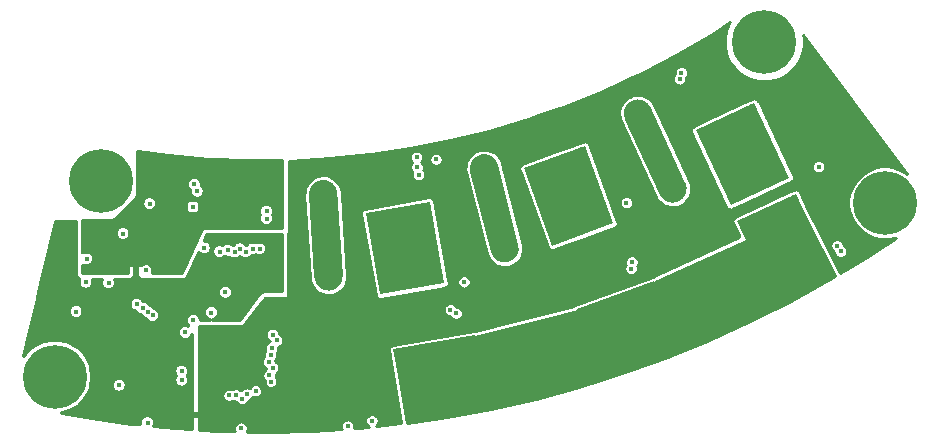
<source format=gbr>
G04 #@! TF.GenerationSoftware,KiCad,Pcbnew,(5.1.10)-1*
G04 #@! TF.CreationDate,2022-10-21T14:01:49-07:00*
G04 #@! TF.ProjectId,Motor_Gen2P,4d6f746f-725f-4476-956e-32502e6b6963,rev?*
G04 #@! TF.SameCoordinates,Original*
G04 #@! TF.FileFunction,Copper,L4,Bot*
G04 #@! TF.FilePolarity,Positive*
%FSLAX46Y46*%
G04 Gerber Fmt 4.6, Leading zero omitted, Abs format (unit mm)*
G04 Created by KiCad (PCBNEW (5.1.10)-1) date 2022-10-21 14:01:49*
%MOMM*%
%LPD*%
G01*
G04 APERTURE LIST*
G04 #@! TA.AperFunction,EtchedComponent*
%ADD10C,0.100000*%
G04 #@! TD*
G04 #@! TA.AperFunction,SMDPad,CuDef*
%ADD11C,0.500000*%
G04 #@! TD*
G04 #@! TA.AperFunction,SMDPad,CuDef*
%ADD12C,0.100000*%
G04 #@! TD*
G04 #@! TA.AperFunction,ComponentPad*
%ADD13C,0.400000*%
G04 #@! TD*
G04 #@! TA.AperFunction,ComponentPad*
%ADD14C,0.800000*%
G04 #@! TD*
G04 #@! TA.AperFunction,ComponentPad*
%ADD15C,5.400000*%
G04 #@! TD*
G04 #@! TA.AperFunction,ViaPad*
%ADD16C,0.381000*%
G04 #@! TD*
G04 #@! TA.AperFunction,Conductor*
%ADD17C,0.762000*%
G04 #@! TD*
G04 #@! TA.AperFunction,Conductor*
%ADD18C,0.508000*%
G04 #@! TD*
G04 #@! TA.AperFunction,Conductor*
%ADD19C,0.254000*%
G04 #@! TD*
G04 #@! TA.AperFunction,Conductor*
%ADD20C,0.609600*%
G04 #@! TD*
G04 #@! TA.AperFunction,Conductor*
%ADD21C,0.100000*%
G04 #@! TD*
G04 #@! TA.AperFunction,Conductor*
%ADD22C,0.355600*%
G04 #@! TD*
G04 APERTURE END LIST*
D10*
G36*
X89450000Y-82100000D02*
G01*
X89450000Y-81100000D01*
X88950000Y-81100000D01*
X88950000Y-82100000D01*
X89450000Y-82100000D01*
G37*
G36*
X93700000Y-94250000D02*
G01*
X94700000Y-94250000D01*
X94700000Y-93750000D01*
X93700000Y-93750000D01*
X93700000Y-94250000D01*
G37*
D11*
X89200000Y-82100000D03*
X89200000Y-81100000D03*
X94700000Y-94000000D03*
X93700000Y-94000000D03*
G04 #@! TA.AperFunction,ComponentPad*
G36*
G01*
X104333632Y-82393914D02*
X103869714Y-75409304D01*
G75*
G02*
X104987547Y-74132413I1197362J79529D01*
G01*
X104987547Y-74132413D01*
G75*
G02*
X106264438Y-75250246I79529J-1197362D01*
G01*
X106728356Y-82234856D01*
G75*
G02*
X105610523Y-83511747I-1197362J-79529D01*
G01*
X105610523Y-83511747D01*
G75*
G02*
X104333632Y-82393914I-79529J1197362D01*
G01*
G37*
G04 #@! TD.AperFunction*
G04 #@! TA.AperFunction,SMDPad,CuDef*
D12*
G36*
X122067021Y-73125247D02*
G01*
X127235330Y-71244136D01*
X129629471Y-77821985D01*
X124461162Y-79703096D01*
X122067021Y-73125247D01*
G37*
G04 #@! TD.AperFunction*
D13*
X123246645Y-75196717D03*
X122511302Y-73176378D03*
X124766564Y-72355529D03*
X127021826Y-71534681D03*
X127757170Y-73555020D03*
X125501907Y-74375869D03*
X124033291Y-77358010D03*
X124768635Y-79378349D03*
X127023897Y-78557501D03*
X129279159Y-77736652D03*
X128543816Y-75716313D03*
X126288554Y-76537162D03*
G04 #@! TA.AperFunction,SMDPad,CuDef*
D12*
G36*
X128425247Y-90232979D02*
G01*
X126544136Y-85064670D01*
X133121985Y-82670529D01*
X135003096Y-87838838D01*
X128425247Y-90232979D01*
G37*
G04 #@! TD.AperFunction*
D13*
X130496717Y-89053355D03*
X128476378Y-89788698D03*
X127655529Y-87533436D03*
X126834681Y-85278174D03*
X128855020Y-84542830D03*
X129675869Y-86798093D03*
X132658010Y-88266709D03*
X134678349Y-87531365D03*
X133857501Y-85276103D03*
X133036652Y-83020841D03*
X131016313Y-83756184D03*
X131837162Y-86011446D03*
G04 #@! TA.AperFunction,SMDPad,CuDef*
D12*
G36*
X136603444Y-69928218D02*
G01*
X141588136Y-67603818D01*
X144546464Y-73947972D01*
X139561772Y-76272372D01*
X136603444Y-69928218D01*
G37*
G04 #@! TD.AperFunction*
D13*
X137959119Y-71888994D03*
X137050490Y-69940432D03*
X139225629Y-68926148D03*
X141400768Y-67911864D03*
X142309397Y-69860426D03*
X140134258Y-70874710D03*
X138931141Y-73973501D03*
X139839771Y-75922063D03*
X142014909Y-74907779D03*
X144190048Y-73893496D03*
X143281419Y-71944934D03*
X141106280Y-72959218D03*
G04 #@! TA.AperFunction,SMDPad,CuDef*
D12*
G36*
X140103444Y-77628218D02*
G01*
X145088136Y-75303818D01*
X148046464Y-81647972D01*
X143061772Y-83972372D01*
X140103444Y-77628218D01*
G37*
G04 #@! TD.AperFunction*
D13*
X141459119Y-79588994D03*
X140550490Y-77640432D03*
X142725629Y-76626148D03*
X144900768Y-75611864D03*
X145809397Y-77560426D03*
X143634258Y-78574710D03*
X142431141Y-81673501D03*
X143339771Y-83622063D03*
X145514909Y-82607779D03*
X147690048Y-81593496D03*
X146781419Y-79644934D03*
X144606280Y-80659218D03*
G04 #@! TA.AperFunction,SMDPad,CuDef*
D12*
G36*
X108684010Y-76930705D02*
G01*
X114100453Y-75975640D01*
X115315990Y-82869295D01*
X109899547Y-83824360D01*
X108684010Y-76930705D01*
G37*
G04 #@! TD.AperFunction*
D13*
X109486006Y-79175544D03*
X109112663Y-77058207D03*
X111476201Y-76641452D03*
X113839740Y-76224696D03*
X114213083Y-78342033D03*
X111849545Y-78758788D03*
X109885397Y-81440602D03*
X110258741Y-83557938D03*
X112622279Y-83141183D03*
X114985818Y-82724427D03*
X114612474Y-80607090D03*
X112248936Y-81023846D03*
G04 #@! TA.AperFunction,SMDPad,CuDef*
D12*
G36*
X111969624Y-93903836D02*
G01*
X111014559Y-88487393D01*
X117908214Y-87271856D01*
X118863279Y-92688299D01*
X111969624Y-93903836D01*
G37*
G04 #@! TD.AperFunction*
D13*
X114214463Y-93101840D03*
X112097126Y-93475183D03*
X111680371Y-91111645D03*
X111263615Y-88748106D03*
X113380952Y-88374763D03*
X113797707Y-90738301D03*
X116479521Y-92702449D03*
X118596857Y-92329105D03*
X118180102Y-89965567D03*
X117763346Y-87602028D03*
X115646009Y-87975372D03*
X116062765Y-90338910D03*
G04 #@! TA.AperFunction,ComponentPad*
G36*
G01*
X119270068Y-80226037D02*
X117541074Y-73442927D01*
G75*
G02*
X118407494Y-71983709I1162819J296399D01*
G01*
X118407494Y-71983709D01*
G75*
G02*
X119866712Y-72850129I296399J-1162819D01*
G01*
X121595706Y-79633239D01*
G75*
G02*
X120729286Y-81092457I-1162819J-296399D01*
G01*
X120729286Y-81092457D01*
G75*
G02*
X119270068Y-80226037I-296399J1162819D01*
G01*
G37*
G04 #@! TD.AperFunction*
G04 #@! TA.AperFunction,ComponentPad*
G36*
G01*
X133561712Y-75373596D02*
X130625548Y-69019154D01*
G75*
G02*
X131211539Y-67426479I1089333J503342D01*
G01*
X131211539Y-67426479D01*
G75*
G02*
X132804214Y-68012470I503342J-1089333D01*
G01*
X135740378Y-74366912D01*
G75*
G02*
X135154387Y-75959587I-1089333J-503342D01*
G01*
X135154387Y-75959587D01*
G75*
G02*
X133561712Y-75373596I-503342J1089333D01*
G01*
G37*
G04 #@! TD.AperFunction*
D14*
X154052457Y-74642585D03*
X152620566Y-74049476D03*
X151188675Y-74642585D03*
X150595566Y-76074476D03*
X151188675Y-77506367D03*
X152620566Y-78099476D03*
X154052457Y-77506367D03*
X154645566Y-76074476D03*
D15*
X152620566Y-76074476D03*
D14*
X143850604Y-61025316D03*
X142418713Y-60432207D03*
X140986822Y-61025316D03*
X140393713Y-62457207D03*
X140986822Y-63889098D03*
X142418713Y-64482207D03*
X143850604Y-63889098D03*
X144443713Y-62457207D03*
D15*
X142418713Y-62457207D03*
D14*
X83795475Y-89371230D03*
X82363584Y-88778121D03*
X80931693Y-89371230D03*
X80338584Y-90803121D03*
X80931693Y-92235012D03*
X82363584Y-92828121D03*
X83795475Y-92235012D03*
X84388584Y-90803121D03*
D15*
X82363584Y-90803121D03*
D14*
X87669284Y-72803145D03*
X86237393Y-72210036D03*
X84805502Y-72803145D03*
X84212393Y-74235036D03*
X84805502Y-75666927D03*
X86237393Y-76260036D03*
X87669284Y-75666927D03*
X88262393Y-74235036D03*
D15*
X86237393Y-74235036D03*
D16*
X87800000Y-91525000D03*
X90200000Y-94700000D03*
X90375000Y-76150000D03*
X84150000Y-85275000D03*
X96300000Y-80200000D03*
X93275000Y-88125000D03*
X92625000Y-88000000D03*
X89200000Y-82100000D03*
X83150000Y-84500000D03*
X82500000Y-83300000D03*
X82800000Y-79850000D03*
X82800000Y-80950000D03*
X82900000Y-85900000D03*
X81825000Y-85900000D03*
X87100000Y-94325000D03*
X86300000Y-94325000D03*
X88000000Y-94325000D03*
X95500000Y-78875000D03*
X114625000Y-72400000D03*
X95700000Y-80125000D03*
X84100000Y-77700000D03*
X82500000Y-77700000D03*
X80400000Y-87900000D03*
X85800000Y-89200000D03*
X84100000Y-93800000D03*
X87100000Y-92200000D03*
X90600000Y-91800000D03*
X91500000Y-86900000D03*
X86500000Y-86900000D03*
X88800000Y-90000000D03*
X86900000Y-85600000D03*
X100500000Y-81700000D03*
X101500000Y-81200000D03*
X82250000Y-83900000D03*
X84050000Y-83900000D03*
X86100000Y-85300000D03*
X92650002Y-85925000D03*
X96275000Y-81600000D03*
X89550000Y-85575000D03*
X88650000Y-84650000D03*
X84987500Y-82812500D03*
X86900000Y-82850000D03*
X94995375Y-79895375D03*
X112975000Y-72200000D03*
X90050000Y-81800000D03*
X94050000Y-76425000D03*
X88950000Y-79500000D03*
X89450000Y-80575000D03*
X92025000Y-78700000D03*
X93250000Y-78700000D03*
X89450000Y-77875000D03*
X91300000Y-75600000D03*
X92825000Y-74325000D03*
X93350000Y-73875000D03*
X92225000Y-74975000D03*
X90375000Y-74975000D03*
X90250000Y-72975000D03*
X91375000Y-73000000D03*
X100300000Y-72925000D03*
X100300000Y-76125000D03*
X90175000Y-76975000D03*
X85700000Y-79475000D03*
X93075000Y-76125000D03*
X93850000Y-79975000D03*
X94325000Y-79175000D03*
X84800000Y-82000000D03*
X84800000Y-77600000D03*
X87925000Y-80275000D03*
X84775000Y-80225000D03*
X91075000Y-80125000D03*
X91650000Y-72200000D03*
X96825000Y-72550000D03*
X99975000Y-78200000D03*
X96425000Y-78200000D03*
X96425000Y-76725000D03*
X101575000Y-75500000D03*
X98500000Y-74200000D03*
X98200000Y-77400000D03*
X135400000Y-65049994D03*
X100275000Y-76775000D03*
X131150000Y-81650000D03*
X100800000Y-90025000D03*
X135250000Y-65575000D03*
X100275000Y-77425000D03*
X148875000Y-80175000D03*
X97693400Y-92325000D03*
X131200000Y-81075000D03*
X100450000Y-89525000D03*
X116325000Y-85425000D03*
X100625000Y-88925000D03*
X147025000Y-73000000D03*
X98600000Y-92275000D03*
X100500000Y-90675000D03*
X130750000Y-76050000D03*
X117000000Y-82775000D03*
X101125000Y-87725000D03*
X94825000Y-89500000D03*
X94825000Y-88100000D03*
X98900000Y-89500000D03*
X98900000Y-88125000D03*
X97550000Y-86775000D03*
X96175000Y-86775000D03*
X97550000Y-90825000D03*
X96175000Y-90800000D03*
X96175000Y-88125000D03*
X97550000Y-88125000D03*
X97525000Y-89475000D03*
X96175000Y-89475000D03*
X126500000Y-70000000D03*
X126500000Y-69000000D03*
X125500000Y-69000000D03*
X125500000Y-70000000D03*
X124500000Y-71000000D03*
X124500000Y-70000000D03*
X123500000Y-70000000D03*
X123500000Y-71000000D03*
X122500000Y-71000000D03*
X122500000Y-70000000D03*
X116450000Y-75325000D03*
X116800000Y-77025000D03*
X117175000Y-78975000D03*
X117475000Y-80700000D03*
X114800000Y-77375000D03*
X115150000Y-79350000D03*
X115450000Y-81050000D03*
X129425000Y-70225000D03*
X130075000Y-71800000D03*
X130750000Y-73700000D03*
X131375000Y-75325000D03*
X129450000Y-76025000D03*
X128850000Y-74375000D03*
X128175000Y-72525000D03*
X127575000Y-70925000D03*
X122500000Y-72000000D03*
X123500000Y-72000000D03*
X125500000Y-71000000D03*
X126500000Y-71000000D03*
X127500000Y-70000000D03*
X127500000Y-69000000D03*
X121500000Y-71000000D03*
X121500000Y-72000000D03*
X120500000Y-71000000D03*
X128500000Y-69000000D03*
X128500000Y-70000000D03*
X128500000Y-71000000D03*
X128500000Y-68000000D03*
X143775000Y-66350000D03*
X144475000Y-67900000D03*
X145300000Y-69725000D03*
X146050000Y-71300000D03*
X143475000Y-70600000D03*
X142625000Y-68775000D03*
X142000000Y-67425000D03*
X153000000Y-72000000D03*
X151500000Y-72000000D03*
X150000000Y-72000000D03*
X148500000Y-72000000D03*
X148500000Y-75000000D03*
X148500000Y-73500000D03*
X150000000Y-73500000D03*
X147000000Y-72000000D03*
X147000000Y-70500000D03*
X148500000Y-70500000D03*
X150000000Y-70500000D03*
X151500000Y-70500000D03*
X150000000Y-69000000D03*
X148500000Y-69000000D03*
X147000000Y-69000000D03*
X148500000Y-67500000D03*
X139000000Y-67500000D03*
X140500000Y-67500000D03*
X140500000Y-66000000D03*
X139000000Y-66000000D03*
X139000000Y-64500000D03*
X142000000Y-66000000D03*
X139000000Y-63000000D03*
X137500000Y-64500000D03*
X137500000Y-63000000D03*
X134400000Y-81300000D03*
X138700000Y-79300000D03*
X136600000Y-80300000D03*
X135500000Y-80800000D03*
X137700000Y-79800000D03*
X134900000Y-79500000D03*
X136000000Y-79000000D03*
X137100000Y-78500000D03*
X119900000Y-84900000D03*
X124900000Y-83600000D03*
X122300000Y-84300000D03*
X121800000Y-82400000D03*
X119400000Y-83000000D03*
X114475000Y-75675000D03*
X101525000Y-85100000D03*
X103400000Y-84975000D03*
X100800000Y-87225000D03*
X100650000Y-91225000D03*
X101525000Y-86450000D03*
X103550000Y-86100000D03*
X103750000Y-90125000D03*
X116200000Y-84475000D03*
X98925000Y-86800000D03*
X98900000Y-90825000D03*
X94825000Y-90850000D03*
X99350000Y-91966357D03*
X99675000Y-94633400D03*
X101050000Y-94633400D03*
X102075000Y-94633400D03*
X104100000Y-94633400D03*
X96425000Y-94325000D03*
X105725000Y-89750000D03*
X105450000Y-85800000D03*
X115100000Y-71700000D03*
X116600000Y-71500000D03*
X115200000Y-73700000D03*
X148575000Y-79700000D03*
X98183410Y-92650000D03*
X115850000Y-85125000D03*
X100700000Y-88350000D03*
X109200000Y-94525000D03*
X97100000Y-92375000D03*
X107150000Y-94975000D03*
X98100000Y-95150000D03*
X93100000Y-91100000D03*
X93100000Y-90325000D03*
X94161039Y-74511039D03*
X88125000Y-78675000D03*
X94425000Y-75100000D03*
X85050000Y-80825000D03*
X94075000Y-86025000D03*
X93394100Y-87050000D03*
X95612490Y-85362490D03*
X96800000Y-83650000D03*
X98500000Y-80225000D03*
X90645377Y-85607088D03*
X98013898Y-79948672D03*
X90217595Y-85288450D03*
X97565404Y-80237431D03*
X89782062Y-84978351D03*
X97000000Y-80100000D03*
X89300000Y-84674998D03*
X113025000Y-73050000D03*
X99100000Y-79975000D03*
X113150884Y-73681413D03*
X99700000Y-79975000D03*
D17*
X93700000Y-94000000D02*
X93700000Y-94600000D01*
X93700000Y-94000000D02*
X93700000Y-93375000D01*
X93700000Y-94000000D02*
X93225000Y-94000000D01*
X88950000Y-93375000D02*
X88000000Y-94325000D01*
X93700000Y-93375000D02*
X88950000Y-93375000D01*
D18*
X89200000Y-82100000D02*
X89200000Y-82525000D01*
D19*
X89200000Y-82100000D02*
X88700000Y-82600000D01*
X89200000Y-82100000D02*
X89750000Y-82650000D01*
D17*
X89200000Y-81100000D02*
X88400000Y-81100000D01*
X89200000Y-81100000D02*
X89625000Y-81100000D01*
D20*
X94700000Y-94000000D02*
X94700000Y-93350000D01*
X94700000Y-94000000D02*
X94700000Y-94700000D01*
D19*
X139463274Y-60877492D02*
X139211875Y-61484423D01*
X139083713Y-62128738D01*
X139083713Y-62785676D01*
X139211875Y-63429991D01*
X139463274Y-64036922D01*
X139828249Y-64583146D01*
X140292774Y-65047671D01*
X140838998Y-65412646D01*
X141445929Y-65664045D01*
X142090244Y-65792207D01*
X142747182Y-65792207D01*
X143391497Y-65664045D01*
X143998428Y-65412646D01*
X144544652Y-65047671D01*
X145009177Y-64583146D01*
X145374152Y-64036922D01*
X145625551Y-63429991D01*
X145753713Y-62785676D01*
X145753713Y-62128738D01*
X145707185Y-61894827D01*
X154490175Y-73618222D01*
X154079967Y-73344129D01*
X153519261Y-73111877D01*
X152924018Y-72993476D01*
X152317114Y-72993476D01*
X151721871Y-73111877D01*
X151161165Y-73344129D01*
X150656543Y-73681307D01*
X150227397Y-74110453D01*
X149890219Y-74615075D01*
X149657967Y-75175781D01*
X149539566Y-75771024D01*
X149539566Y-76377928D01*
X149657967Y-76973171D01*
X149890219Y-77533877D01*
X150227397Y-78038499D01*
X150656543Y-78467645D01*
X151161165Y-78804823D01*
X151721871Y-79037075D01*
X152317114Y-79155476D01*
X152924018Y-79155476D01*
X153519261Y-79037075D01*
X153529680Y-79032759D01*
X151114749Y-80632472D01*
X148802850Y-82033796D01*
X147621867Y-79643712D01*
X148003500Y-79643712D01*
X148003500Y-79756288D01*
X148025463Y-79866700D01*
X148068543Y-79970707D01*
X148131087Y-80064310D01*
X148210690Y-80143913D01*
X148303500Y-80205927D01*
X148303500Y-80231288D01*
X148325463Y-80341700D01*
X148368543Y-80445707D01*
X148431087Y-80539310D01*
X148510690Y-80618913D01*
X148604293Y-80681457D01*
X148708300Y-80724537D01*
X148818712Y-80746500D01*
X148931288Y-80746500D01*
X149041700Y-80724537D01*
X149145707Y-80681457D01*
X149239310Y-80618913D01*
X149318913Y-80539310D01*
X149381457Y-80445707D01*
X149424537Y-80341700D01*
X149446500Y-80231288D01*
X149446500Y-80118712D01*
X149424537Y-80008300D01*
X149381457Y-79904293D01*
X149318913Y-79810690D01*
X149239310Y-79731087D01*
X149146500Y-79669073D01*
X149146500Y-79643712D01*
X149124537Y-79533300D01*
X149081457Y-79429293D01*
X149018913Y-79335690D01*
X148939310Y-79256087D01*
X148845707Y-79193543D01*
X148741700Y-79150463D01*
X148631288Y-79128500D01*
X148518712Y-79128500D01*
X148408300Y-79150463D01*
X148304293Y-79193543D01*
X148210690Y-79256087D01*
X148131087Y-79335690D01*
X148068543Y-79429293D01*
X148025463Y-79533300D01*
X148003500Y-79643712D01*
X147621867Y-79643712D01*
X146065705Y-76494338D01*
X145435110Y-75142022D01*
X145396878Y-75077439D01*
X145346781Y-75021557D01*
X145286745Y-74976521D01*
X145219076Y-74944063D01*
X145146375Y-74925431D01*
X145071437Y-74921339D01*
X144997140Y-74931946D01*
X144926340Y-74956844D01*
X144627683Y-75096110D01*
X144625561Y-75096989D01*
X144625013Y-75097355D01*
X142452543Y-76110394D01*
X142450422Y-76111273D01*
X142449875Y-76111639D01*
X140277403Y-77124679D01*
X140275283Y-77125557D01*
X140274736Y-77125923D01*
X139941648Y-77281244D01*
X139877065Y-77319476D01*
X139821183Y-77369573D01*
X139776147Y-77429609D01*
X139743689Y-77497278D01*
X139725057Y-77569979D01*
X139720965Y-77644917D01*
X139731572Y-77719214D01*
X139756470Y-77790014D01*
X140243016Y-78833416D01*
X140311130Y-79003700D01*
X133078309Y-82291347D01*
X133063746Y-82292142D01*
X132991045Y-82310774D01*
X126413196Y-84704915D01*
X126345527Y-84737373D01*
X126285491Y-84782409D01*
X126280704Y-84787748D01*
X117953289Y-86893532D01*
X117916566Y-86889104D01*
X117841734Y-86894829D01*
X110948079Y-88110366D01*
X110875802Y-88130580D01*
X110808858Y-88164506D01*
X110749818Y-88210841D01*
X110741363Y-88220697D01*
X110738495Y-88222915D01*
X110689463Y-88279257D01*
X110652365Y-88344081D01*
X110628626Y-88414897D01*
X110619159Y-88488984D01*
X110624328Y-88563494D01*
X111670154Y-94751297D01*
X109562889Y-94969862D01*
X109564310Y-94968913D01*
X109643913Y-94889310D01*
X109706457Y-94795707D01*
X109749537Y-94691700D01*
X109771500Y-94581288D01*
X109771500Y-94468712D01*
X109749537Y-94358300D01*
X109706457Y-94254293D01*
X109643913Y-94160690D01*
X109564310Y-94081087D01*
X109470707Y-94018543D01*
X109366700Y-93975463D01*
X109256288Y-93953500D01*
X109143712Y-93953500D01*
X109033300Y-93975463D01*
X108929293Y-94018543D01*
X108835690Y-94081087D01*
X108756087Y-94160690D01*
X108693543Y-94254293D01*
X108650463Y-94358300D01*
X108628500Y-94468712D01*
X108628500Y-94581288D01*
X108650463Y-94691700D01*
X108693543Y-94795707D01*
X108756087Y-94889310D01*
X108835690Y-94968913D01*
X108929293Y-95031457D01*
X108937251Y-95034753D01*
X107941364Y-95138047D01*
X107694581Y-95153666D01*
X107699537Y-95141700D01*
X107721500Y-95031288D01*
X107721500Y-94918712D01*
X107699537Y-94808300D01*
X107656457Y-94704293D01*
X107593913Y-94610690D01*
X107514310Y-94531087D01*
X107420707Y-94468543D01*
X107316700Y-94425463D01*
X107206288Y-94403500D01*
X107093712Y-94403500D01*
X106983300Y-94425463D01*
X106879293Y-94468543D01*
X106785690Y-94531087D01*
X106706087Y-94610690D01*
X106643543Y-94704293D01*
X106600463Y-94808300D01*
X106578500Y-94918712D01*
X106578500Y-95031288D01*
X106600463Y-95141700D01*
X106633243Y-95220840D01*
X104116908Y-95380105D01*
X100285823Y-95468484D01*
X98593842Y-95439587D01*
X98606457Y-95420707D01*
X98649537Y-95316700D01*
X98671500Y-95206288D01*
X98671500Y-95093712D01*
X98649537Y-94983300D01*
X98606457Y-94879293D01*
X98543913Y-94785690D01*
X98464310Y-94706087D01*
X98370707Y-94643543D01*
X98266700Y-94600463D01*
X98156288Y-94578500D01*
X98043712Y-94578500D01*
X97933300Y-94600463D01*
X97829293Y-94643543D01*
X97735690Y-94706087D01*
X97656087Y-94785690D01*
X97593543Y-94879293D01*
X97550463Y-94983300D01*
X97528500Y-95093712D01*
X97528500Y-95206288D01*
X97550463Y-95316700D01*
X97593543Y-95420707D01*
X97594757Y-95422523D01*
X96454278Y-95403045D01*
X94527000Y-95292646D01*
X94527000Y-94631000D01*
X94700000Y-94631000D01*
X94735704Y-94627499D01*
X94771392Y-94624251D01*
X94772671Y-94623875D01*
X94774003Y-94623744D01*
X94808368Y-94613369D01*
X94842725Y-94603257D01*
X94843908Y-94602638D01*
X94845188Y-94602252D01*
X94876850Y-94585417D01*
X94908622Y-94568807D01*
X94909663Y-94567970D01*
X94910842Y-94567343D01*
X94938605Y-94544700D01*
X94966572Y-94522214D01*
X94967431Y-94521190D01*
X94968466Y-94520346D01*
X94991311Y-94492731D01*
X95014368Y-94465252D01*
X95015012Y-94464081D01*
X95015863Y-94463052D01*
X95032894Y-94431554D01*
X95050191Y-94400092D01*
X95050596Y-94398816D01*
X95051230Y-94397643D01*
X95061829Y-94363402D01*
X95072674Y-94329214D01*
X95072823Y-94327888D01*
X95073218Y-94326611D01*
X95076968Y-94290936D01*
X95080963Y-94255320D01*
X95080981Y-94252757D01*
X95080991Y-94252660D01*
X95080982Y-94252563D01*
X95081000Y-94250000D01*
X95081000Y-93750000D01*
X95077499Y-93714296D01*
X95074251Y-93678608D01*
X95073875Y-93677329D01*
X95073744Y-93675997D01*
X95063369Y-93641632D01*
X95053257Y-93607275D01*
X95052638Y-93606092D01*
X95052252Y-93604812D01*
X95035417Y-93573150D01*
X95018807Y-93541378D01*
X95017970Y-93540337D01*
X95017343Y-93539158D01*
X94994700Y-93511395D01*
X94972214Y-93483428D01*
X94971190Y-93482569D01*
X94970346Y-93481534D01*
X94942731Y-93458689D01*
X94915252Y-93435632D01*
X94914081Y-93434988D01*
X94913052Y-93434137D01*
X94881554Y-93417106D01*
X94850092Y-93399809D01*
X94848816Y-93399404D01*
X94847643Y-93398770D01*
X94813402Y-93388171D01*
X94779214Y-93377326D01*
X94777888Y-93377177D01*
X94776611Y-93376782D01*
X94740936Y-93373032D01*
X94705320Y-93369037D01*
X94702757Y-93369019D01*
X94702660Y-93369009D01*
X94702563Y-93369018D01*
X94700000Y-93369000D01*
X94527000Y-93369000D01*
X94527000Y-92318712D01*
X96528500Y-92318712D01*
X96528500Y-92431288D01*
X96550463Y-92541700D01*
X96593543Y-92645707D01*
X96656087Y-92739310D01*
X96735690Y-92818913D01*
X96829293Y-92881457D01*
X96933300Y-92924537D01*
X97043712Y-92946500D01*
X97156288Y-92946500D01*
X97266700Y-92924537D01*
X97370707Y-92881457D01*
X97436795Y-92837298D01*
X97526700Y-92874537D01*
X97637112Y-92896500D01*
X97666926Y-92896500D01*
X97676953Y-92920707D01*
X97739497Y-93014310D01*
X97819100Y-93093913D01*
X97912703Y-93156457D01*
X98016710Y-93199537D01*
X98127122Y-93221500D01*
X98239698Y-93221500D01*
X98350110Y-93199537D01*
X98454117Y-93156457D01*
X98547720Y-93093913D01*
X98627323Y-93014310D01*
X98689867Y-92920707D01*
X98726379Y-92832558D01*
X98766700Y-92824537D01*
X98870707Y-92781457D01*
X98964310Y-92718913D01*
X99043913Y-92639310D01*
X99102252Y-92552000D01*
X99550000Y-92552000D01*
X99574776Y-92549560D01*
X99598601Y-92542333D01*
X99620557Y-92530597D01*
X99639803Y-92514803D01*
X99839803Y-92314803D01*
X99855597Y-92295557D01*
X99867333Y-92273601D01*
X99874560Y-92249776D01*
X99877000Y-92225000D01*
X99877000Y-91800000D01*
X99875800Y-91782581D01*
X99869984Y-91758373D01*
X99859558Y-91735765D01*
X99844921Y-91715626D01*
X99644921Y-91490626D01*
X99620557Y-91469403D01*
X99598601Y-91457667D01*
X99574776Y-91450440D01*
X99550000Y-91448000D01*
X99150000Y-91448000D01*
X99117952Y-91452110D01*
X99094593Y-91460724D01*
X99073363Y-91473729D01*
X99055079Y-91490626D01*
X98855079Y-91715626D01*
X98844403Y-91729443D01*
X98832667Y-91751399D01*
X98832293Y-91752632D01*
X98766700Y-91725463D01*
X98656288Y-91703500D01*
X98543712Y-91703500D01*
X98433300Y-91725463D01*
X98329293Y-91768543D01*
X98235690Y-91831087D01*
X98156087Y-91910690D01*
X98128540Y-91951917D01*
X98057710Y-91881087D01*
X97964107Y-91818543D01*
X97860100Y-91775463D01*
X97749688Y-91753500D01*
X97637112Y-91753500D01*
X97526700Y-91775463D01*
X97422693Y-91818543D01*
X97356605Y-91862702D01*
X97266700Y-91825463D01*
X97156288Y-91803500D01*
X97043712Y-91803500D01*
X96933300Y-91825463D01*
X96829293Y-91868543D01*
X96735690Y-91931087D01*
X96656087Y-92010690D01*
X96593543Y-92104293D01*
X96550463Y-92208300D01*
X96528500Y-92318712D01*
X94527000Y-92318712D01*
X94527000Y-89468712D01*
X99878500Y-89468712D01*
X99878500Y-89581288D01*
X99900463Y-89691700D01*
X99943543Y-89795707D01*
X100006087Y-89889310D01*
X100085690Y-89968913D01*
X100179293Y-90031457D01*
X100228500Y-90051839D01*
X100228500Y-90081288D01*
X100244596Y-90162205D01*
X100229293Y-90168543D01*
X100135690Y-90231087D01*
X100056087Y-90310690D01*
X99993543Y-90404293D01*
X99950463Y-90508300D01*
X99928500Y-90618712D01*
X99928500Y-90731288D01*
X99950463Y-90841700D01*
X99993543Y-90945707D01*
X100056087Y-91039310D01*
X100124771Y-91107994D01*
X100124771Y-91400000D01*
X100129675Y-91434950D01*
X100138839Y-91458098D01*
X100152343Y-91479014D01*
X100169669Y-91496893D01*
X100417898Y-91707231D01*
X100429443Y-91715935D01*
X100451399Y-91727671D01*
X100475224Y-91734898D01*
X100500000Y-91737338D01*
X100800000Y-91737338D01*
X100813554Y-91736613D01*
X100837929Y-91731542D01*
X100860845Y-91721814D01*
X100881424Y-91707801D01*
X101133195Y-91497463D01*
X101157368Y-91470557D01*
X101169104Y-91448601D01*
X101176331Y-91424776D01*
X101178771Y-91400000D01*
X101178771Y-91100000D01*
X101173773Y-91064723D01*
X101164547Y-91041600D01*
X101052727Y-90825666D01*
X101071500Y-90731288D01*
X101071500Y-90618712D01*
X101055404Y-90537795D01*
X101070707Y-90531457D01*
X101164310Y-90468913D01*
X101243913Y-90389310D01*
X101306457Y-90295707D01*
X101349537Y-90191700D01*
X101371500Y-90081288D01*
X101371500Y-89968712D01*
X101349537Y-89858300D01*
X101306457Y-89754293D01*
X101243913Y-89660690D01*
X101164310Y-89581087D01*
X101070707Y-89518543D01*
X101021500Y-89498161D01*
X101021500Y-89468712D01*
X100999601Y-89358622D01*
X101068913Y-89289310D01*
X101131457Y-89195707D01*
X101174537Y-89091700D01*
X101196500Y-88981288D01*
X101196500Y-88868712D01*
X101174537Y-88758300D01*
X101151570Y-88702851D01*
X101206457Y-88620707D01*
X101249537Y-88516700D01*
X101271500Y-88406288D01*
X101271500Y-88293712D01*
X101268600Y-88279132D01*
X101291700Y-88274537D01*
X101395707Y-88231457D01*
X101489310Y-88168913D01*
X101568913Y-88089310D01*
X101631457Y-87995707D01*
X101674537Y-87891700D01*
X101696500Y-87781288D01*
X101696500Y-87668712D01*
X101674537Y-87558300D01*
X101631457Y-87454293D01*
X101568913Y-87360690D01*
X101489310Y-87281087D01*
X101395707Y-87218543D01*
X101307978Y-87182205D01*
X101307978Y-87000000D01*
X101307071Y-86984850D01*
X101301693Y-86960541D01*
X101291675Y-86937749D01*
X101277404Y-86917349D01*
X101127404Y-86742349D01*
X101101535Y-86719403D01*
X101079579Y-86707667D01*
X101055754Y-86700440D01*
X101030978Y-86698000D01*
X100530978Y-86698000D01*
X100496721Y-86702707D01*
X100473521Y-86711740D01*
X100452530Y-86725126D01*
X100434552Y-86742349D01*
X100284552Y-86917349D01*
X100275381Y-86929443D01*
X100263645Y-86951399D01*
X100256418Y-86975224D01*
X100253978Y-87000000D01*
X100253978Y-87500000D01*
X100259173Y-87535952D01*
X100268527Y-87559024D01*
X100282203Y-87579828D01*
X100299675Y-87597564D01*
X100449675Y-87722564D01*
X100460421Y-87730597D01*
X100482377Y-87742333D01*
X100506202Y-87749560D01*
X100530978Y-87752000D01*
X100553500Y-87752000D01*
X100553500Y-87781288D01*
X100556400Y-87795868D01*
X100533300Y-87800463D01*
X100429293Y-87843543D01*
X100335690Y-87906087D01*
X100256087Y-87985690D01*
X100193543Y-88079293D01*
X100150463Y-88183300D01*
X100128500Y-88293712D01*
X100128500Y-88406288D01*
X100150463Y-88516700D01*
X100173430Y-88572149D01*
X100118543Y-88654293D01*
X100075463Y-88758300D01*
X100053500Y-88868712D01*
X100053500Y-88981288D01*
X100075399Y-89091378D01*
X100006087Y-89160690D01*
X99943543Y-89254293D01*
X99900463Y-89358300D01*
X99878500Y-89468712D01*
X94527000Y-89468712D01*
X94527000Y-86527000D01*
X98200000Y-86527000D01*
X98224776Y-86524560D01*
X98248601Y-86517333D01*
X98270557Y-86505597D01*
X98289803Y-86489803D01*
X98299574Y-86478829D01*
X99415916Y-85068712D01*
X115278500Y-85068712D01*
X115278500Y-85181288D01*
X115300463Y-85291700D01*
X115343543Y-85395707D01*
X115406087Y-85489310D01*
X115485690Y-85568913D01*
X115579293Y-85631457D01*
X115683300Y-85674537D01*
X115793712Y-85696500D01*
X115819073Y-85696500D01*
X115881087Y-85789310D01*
X115960690Y-85868913D01*
X116054293Y-85931457D01*
X116158300Y-85974537D01*
X116268712Y-85996500D01*
X116381288Y-85996500D01*
X116491700Y-85974537D01*
X116595707Y-85931457D01*
X116689310Y-85868913D01*
X116768913Y-85789310D01*
X116831457Y-85695707D01*
X116874537Y-85591700D01*
X116896500Y-85481288D01*
X116896500Y-85368712D01*
X116874537Y-85258300D01*
X116831457Y-85154293D01*
X116768913Y-85060690D01*
X116689310Y-84981087D01*
X116595707Y-84918543D01*
X116491700Y-84875463D01*
X116381288Y-84853500D01*
X116355927Y-84853500D01*
X116293913Y-84760690D01*
X116214310Y-84681087D01*
X116120707Y-84618543D01*
X116016700Y-84575463D01*
X115906288Y-84553500D01*
X115793712Y-84553500D01*
X115683300Y-84575463D01*
X115579293Y-84618543D01*
X115485690Y-84681087D01*
X115406087Y-84760690D01*
X115343543Y-84854293D01*
X115300463Y-84958300D01*
X115278500Y-85068712D01*
X99415916Y-85068712D01*
X100161439Y-84127000D01*
X102000000Y-84127000D01*
X102024776Y-84124560D01*
X102048601Y-84117333D01*
X102070557Y-84105597D01*
X102089803Y-84089803D01*
X102105597Y-84070557D01*
X102117333Y-84048601D01*
X102124560Y-84024776D01*
X102127000Y-84000000D01*
X102127000Y-78592570D01*
X102151998Y-78545802D01*
X102173679Y-78474329D01*
X102181000Y-78400000D01*
X102181000Y-75357061D01*
X103484405Y-75357061D01*
X103958617Y-82496656D01*
X103996836Y-82726896D01*
X104106793Y-83018270D01*
X104271479Y-83282592D01*
X104484569Y-83509708D01*
X104737871Y-83690887D01*
X105021653Y-83819169D01*
X105325008Y-83889623D01*
X105636280Y-83899541D01*
X105943505Y-83848543D01*
X106234879Y-83738587D01*
X106499201Y-83573900D01*
X106726316Y-83360811D01*
X106907496Y-83107508D01*
X107035778Y-82823726D01*
X107106232Y-82520370D01*
X107113665Y-82287098D01*
X106757339Y-76922353D01*
X108301258Y-76922353D01*
X108306983Y-76997185D01*
X109522520Y-83890840D01*
X109542734Y-83963117D01*
X109576660Y-84030061D01*
X109622995Y-84089101D01*
X109679957Y-84137967D01*
X109745358Y-84174781D01*
X109816685Y-84198128D01*
X109891195Y-84207112D01*
X109966027Y-84201387D01*
X115382470Y-83246322D01*
X115454747Y-83226108D01*
X115521691Y-83192182D01*
X115580731Y-83145847D01*
X115629597Y-83088885D01*
X115666411Y-83023484D01*
X115689758Y-82952157D01*
X115698742Y-82877647D01*
X115693017Y-82802815D01*
X115678188Y-82718712D01*
X116428500Y-82718712D01*
X116428500Y-82831288D01*
X116450463Y-82941700D01*
X116493543Y-83045707D01*
X116556087Y-83139310D01*
X116635690Y-83218913D01*
X116729293Y-83281457D01*
X116833300Y-83324537D01*
X116943712Y-83346500D01*
X117056288Y-83346500D01*
X117166700Y-83324537D01*
X117270707Y-83281457D01*
X117364310Y-83218913D01*
X117443913Y-83139310D01*
X117506457Y-83045707D01*
X117549537Y-82941700D01*
X117571500Y-82831288D01*
X117571500Y-82718712D01*
X117549537Y-82608300D01*
X117506457Y-82504293D01*
X117443913Y-82410690D01*
X117364310Y-82331087D01*
X117270707Y-82268543D01*
X117166700Y-82225463D01*
X117056288Y-82203500D01*
X116943712Y-82203500D01*
X116833300Y-82225463D01*
X116729293Y-82268543D01*
X116635690Y-82331087D01*
X116556087Y-82410690D01*
X116493543Y-82504293D01*
X116450463Y-82608300D01*
X116428500Y-82718712D01*
X115678188Y-82718712D01*
X115479821Y-81593712D01*
X130578500Y-81593712D01*
X130578500Y-81706288D01*
X130600463Y-81816700D01*
X130643543Y-81920707D01*
X130706087Y-82014310D01*
X130785690Y-82093913D01*
X130879293Y-82156457D01*
X130983300Y-82199537D01*
X131093712Y-82221500D01*
X131206288Y-82221500D01*
X131316700Y-82199537D01*
X131420707Y-82156457D01*
X131514310Y-82093913D01*
X131593913Y-82014310D01*
X131656457Y-81920707D01*
X131699537Y-81816700D01*
X131721500Y-81706288D01*
X131721500Y-81593712D01*
X131699537Y-81483300D01*
X131667003Y-81404754D01*
X131706457Y-81345707D01*
X131749537Y-81241700D01*
X131771500Y-81131288D01*
X131771500Y-81018712D01*
X131749537Y-80908300D01*
X131706457Y-80804293D01*
X131643913Y-80710690D01*
X131564310Y-80631087D01*
X131470707Y-80568543D01*
X131366700Y-80525463D01*
X131256288Y-80503500D01*
X131143712Y-80503500D01*
X131033300Y-80525463D01*
X130929293Y-80568543D01*
X130835690Y-80631087D01*
X130756087Y-80710690D01*
X130693543Y-80804293D01*
X130650463Y-80908300D01*
X130628500Y-81018712D01*
X130628500Y-81131288D01*
X130650463Y-81241700D01*
X130682997Y-81320246D01*
X130643543Y-81379293D01*
X130600463Y-81483300D01*
X130578500Y-81593712D01*
X115479821Y-81593712D01*
X114477480Y-75909160D01*
X114457266Y-75836883D01*
X114423340Y-75769939D01*
X114377005Y-75710899D01*
X114320043Y-75662033D01*
X114254642Y-75625219D01*
X114183315Y-75601872D01*
X114108805Y-75592888D01*
X114033973Y-75598613D01*
X108617530Y-76553678D01*
X108545253Y-76573892D01*
X108478309Y-76607818D01*
X108419269Y-76654153D01*
X108370403Y-76711115D01*
X108333589Y-76776516D01*
X108310242Y-76847843D01*
X108301258Y-76922353D01*
X106757339Y-76922353D01*
X106639453Y-75147504D01*
X106601234Y-74917264D01*
X106491277Y-74625890D01*
X106326591Y-74361568D01*
X106113501Y-74134453D01*
X105860199Y-73953273D01*
X105576417Y-73824991D01*
X105273061Y-73754537D01*
X104961790Y-73744619D01*
X104654565Y-73795617D01*
X104363191Y-73905574D01*
X104098869Y-74070260D01*
X103871754Y-74283350D01*
X103690574Y-74536652D01*
X103562292Y-74820434D01*
X103491838Y-75123790D01*
X103484405Y-75357061D01*
X102181000Y-75357061D01*
X102181000Y-72496576D01*
X102246530Y-72496081D01*
X102249934Y-72495975D01*
X102253299Y-72495976D01*
X102266824Y-72495449D01*
X102266831Y-72495449D01*
X105659069Y-72309775D01*
X105662474Y-72309508D01*
X105665825Y-72309351D01*
X105679188Y-72308198D01*
X105679315Y-72308188D01*
X105679357Y-72308183D01*
X107289333Y-72143712D01*
X112403500Y-72143712D01*
X112403500Y-72256288D01*
X112425463Y-72366700D01*
X112468543Y-72470707D01*
X112531087Y-72564310D01*
X112610690Y-72643913D01*
X112617988Y-72648789D01*
X112581087Y-72685690D01*
X112518543Y-72779293D01*
X112475463Y-72883300D01*
X112453500Y-72993712D01*
X112453500Y-73106288D01*
X112475463Y-73216700D01*
X112518543Y-73320707D01*
X112581087Y-73414310D01*
X112624820Y-73458043D01*
X112601347Y-73514713D01*
X112579384Y-73625125D01*
X112579384Y-73737701D01*
X112601347Y-73848113D01*
X112644427Y-73952120D01*
X112706971Y-74045723D01*
X112786574Y-74125326D01*
X112880177Y-74187870D01*
X112984184Y-74230950D01*
X113094596Y-74252913D01*
X113207172Y-74252913D01*
X113317584Y-74230950D01*
X113421591Y-74187870D01*
X113515194Y-74125326D01*
X113594797Y-74045723D01*
X113657341Y-73952120D01*
X113700421Y-73848113D01*
X113722384Y-73737701D01*
X113722384Y-73625125D01*
X113700421Y-73514713D01*
X113657341Y-73410706D01*
X113594797Y-73317103D01*
X113551064Y-73273370D01*
X113568590Y-73231056D01*
X117117494Y-73231056D01*
X117152697Y-73461776D01*
X118920055Y-80395400D01*
X118999592Y-80614820D01*
X119160806Y-80881276D01*
X119370904Y-81111161D01*
X119621814Y-81295640D01*
X119903892Y-81427626D01*
X120206299Y-81502044D01*
X120517415Y-81516036D01*
X120825281Y-81469063D01*
X121118069Y-81362932D01*
X121384525Y-81201718D01*
X121614410Y-80991620D01*
X121798889Y-80740710D01*
X121930875Y-80458632D01*
X122005293Y-80156225D01*
X122019286Y-79845109D01*
X121984083Y-79614388D01*
X120325765Y-73108548D01*
X121684542Y-73108548D01*
X121688634Y-73183486D01*
X121707266Y-73256187D01*
X124101407Y-79834036D01*
X124133865Y-79901705D01*
X124178901Y-79961741D01*
X124234783Y-80011838D01*
X124299366Y-80050070D01*
X124370166Y-80074968D01*
X124444463Y-80085575D01*
X124519401Y-80081483D01*
X124592102Y-80062851D01*
X124937469Y-79937148D01*
X124938106Y-79937021D01*
X124940200Y-79936154D01*
X127192728Y-79116300D01*
X127193368Y-79116173D01*
X127195469Y-79115303D01*
X129447994Y-78295451D01*
X129448630Y-78295324D01*
X129450719Y-78294459D01*
X129760411Y-78181740D01*
X129828080Y-78149282D01*
X129888116Y-78104246D01*
X129938213Y-78048364D01*
X129976445Y-77983781D01*
X130001343Y-77912981D01*
X130011950Y-77838684D01*
X130007858Y-77763746D01*
X129989226Y-77691045D01*
X129371448Y-75993712D01*
X130178500Y-75993712D01*
X130178500Y-76106288D01*
X130200463Y-76216700D01*
X130243543Y-76320707D01*
X130306087Y-76414310D01*
X130385690Y-76493913D01*
X130479293Y-76556457D01*
X130583300Y-76599537D01*
X130693712Y-76621500D01*
X130806288Y-76621500D01*
X130916700Y-76599537D01*
X131020707Y-76556457D01*
X131114310Y-76493913D01*
X131193913Y-76414310D01*
X131256457Y-76320707D01*
X131299537Y-76216700D01*
X131321500Y-76106288D01*
X131321500Y-75993712D01*
X131299537Y-75883300D01*
X131256457Y-75779293D01*
X131193913Y-75685690D01*
X131114310Y-75606087D01*
X131020707Y-75543543D01*
X130916700Y-75500463D01*
X130806288Y-75478500D01*
X130693712Y-75478500D01*
X130583300Y-75500463D01*
X130479293Y-75543543D01*
X130385690Y-75606087D01*
X130306087Y-75685690D01*
X130243543Y-75779293D01*
X130200463Y-75883300D01*
X130178500Y-75993712D01*
X129371448Y-75993712D01*
X127595085Y-71113196D01*
X127562627Y-71045527D01*
X127517591Y-70985491D01*
X127461709Y-70935394D01*
X127397126Y-70897162D01*
X127326326Y-70872264D01*
X127252029Y-70861657D01*
X127177091Y-70865749D01*
X127104390Y-70884381D01*
X126852993Y-70975882D01*
X126852355Y-70976009D01*
X126850260Y-70976877D01*
X124597733Y-71796730D01*
X124597093Y-71796857D01*
X124594990Y-71797728D01*
X122342467Y-72617579D01*
X122341831Y-72617706D01*
X122339740Y-72618572D01*
X121936081Y-72765492D01*
X121868412Y-72797950D01*
X121808376Y-72842986D01*
X121758279Y-72898868D01*
X121720047Y-72963451D01*
X121695149Y-73034251D01*
X121684542Y-73108548D01*
X120325765Y-73108548D01*
X120216724Y-72680766D01*
X120137187Y-72461346D01*
X119975973Y-72194890D01*
X119765875Y-71965005D01*
X119514965Y-71780526D01*
X119232887Y-71648540D01*
X118930480Y-71574122D01*
X118619365Y-71560129D01*
X118311499Y-71607103D01*
X118018711Y-71713234D01*
X117752255Y-71874448D01*
X117522370Y-72084546D01*
X117337891Y-72335456D01*
X117205905Y-72617534D01*
X117131487Y-72919941D01*
X117117494Y-73231056D01*
X113568590Y-73231056D01*
X113574537Y-73216700D01*
X113596500Y-73106288D01*
X113596500Y-72993712D01*
X113574537Y-72883300D01*
X113531457Y-72779293D01*
X113468913Y-72685690D01*
X113389310Y-72606087D01*
X113382012Y-72601211D01*
X113418913Y-72564310D01*
X113481457Y-72470707D01*
X113524537Y-72366700D01*
X113529109Y-72343712D01*
X114053500Y-72343712D01*
X114053500Y-72456288D01*
X114075463Y-72566700D01*
X114118543Y-72670707D01*
X114181087Y-72764310D01*
X114260690Y-72843913D01*
X114354293Y-72906457D01*
X114458300Y-72949537D01*
X114568712Y-72971500D01*
X114681288Y-72971500D01*
X114791700Y-72949537D01*
X114895707Y-72906457D01*
X114989310Y-72843913D01*
X115068913Y-72764310D01*
X115131457Y-72670707D01*
X115174537Y-72566700D01*
X115196500Y-72456288D01*
X115196500Y-72343712D01*
X115174537Y-72233300D01*
X115131457Y-72129293D01*
X115068913Y-72035690D01*
X114989310Y-71956087D01*
X114895707Y-71893543D01*
X114791700Y-71850463D01*
X114681288Y-71828500D01*
X114568712Y-71828500D01*
X114458300Y-71850463D01*
X114354293Y-71893543D01*
X114260690Y-71956087D01*
X114181087Y-72035690D01*
X114118543Y-72129293D01*
X114075463Y-72233300D01*
X114053500Y-72343712D01*
X113529109Y-72343712D01*
X113546500Y-72256288D01*
X113546500Y-72143712D01*
X113524537Y-72033300D01*
X113481457Y-71929293D01*
X113418913Y-71835690D01*
X113339310Y-71756087D01*
X113245707Y-71693543D01*
X113141700Y-71650463D01*
X113031288Y-71628500D01*
X112918712Y-71628500D01*
X112808300Y-71650463D01*
X112704293Y-71693543D01*
X112610690Y-71756087D01*
X112531087Y-71835690D01*
X112468543Y-71929293D01*
X112425463Y-72033300D01*
X112403500Y-72143712D01*
X107289333Y-72143712D01*
X109059044Y-71962923D01*
X109062415Y-71962498D01*
X109065773Y-71962182D01*
X109079068Y-71960401D01*
X109079193Y-71960385D01*
X109079234Y-71960378D01*
X112438905Y-71456296D01*
X112442244Y-71455714D01*
X112445592Y-71455239D01*
X112458790Y-71452832D01*
X112458912Y-71452811D01*
X112458953Y-71452802D01*
X115791148Y-70791019D01*
X115794484Y-70790275D01*
X115797778Y-70789647D01*
X115810848Y-70786622D01*
X115810969Y-70786595D01*
X115811009Y-70786584D01*
X119108332Y-69968566D01*
X119111611Y-69967670D01*
X119114890Y-69966884D01*
X119127804Y-69963246D01*
X119127922Y-69963214D01*
X119127961Y-69963201D01*
X122383090Y-68990767D01*
X122386327Y-68989717D01*
X122389561Y-68988778D01*
X122402292Y-68984535D01*
X122402407Y-68984498D01*
X122402444Y-68984484D01*
X123556580Y-68579566D01*
X130127512Y-68579566D01*
X130170451Y-68888022D01*
X130247109Y-69108464D01*
X133248424Y-75603907D01*
X133366615Y-75805159D01*
X133573687Y-76037775D01*
X133822160Y-76225523D01*
X134102487Y-76361188D01*
X134403894Y-76439559D01*
X134714799Y-76457622D01*
X135023255Y-76414684D01*
X135317406Y-76312393D01*
X135585950Y-76154682D01*
X135818566Y-75947610D01*
X136006314Y-75699137D01*
X136141980Y-75418811D01*
X136220350Y-75117403D01*
X136238413Y-74806498D01*
X136195475Y-74498042D01*
X136118816Y-74277600D01*
X134116836Y-69944917D01*
X136220965Y-69944917D01*
X136231572Y-70019214D01*
X136256470Y-70090014D01*
X139214798Y-76434168D01*
X139253030Y-76498751D01*
X139303127Y-76554633D01*
X139363163Y-76599669D01*
X139430832Y-76632127D01*
X139503533Y-76650759D01*
X139578471Y-76654851D01*
X139652768Y-76644244D01*
X139723568Y-76619346D01*
X140112877Y-76437808D01*
X140114978Y-76436938D01*
X140115520Y-76436576D01*
X142288025Y-75423520D01*
X142290116Y-75422654D01*
X142290656Y-75422293D01*
X144463145Y-74409245D01*
X144465255Y-74408371D01*
X144465799Y-74408007D01*
X144708260Y-74294946D01*
X144772843Y-74256714D01*
X144828725Y-74206617D01*
X144873761Y-74146581D01*
X144906219Y-74078912D01*
X144924851Y-74006211D01*
X144928943Y-73931273D01*
X144918336Y-73856976D01*
X144893438Y-73786176D01*
X144500591Y-72943712D01*
X146453500Y-72943712D01*
X146453500Y-73056288D01*
X146475463Y-73166700D01*
X146518543Y-73270707D01*
X146581087Y-73364310D01*
X146660690Y-73443913D01*
X146754293Y-73506457D01*
X146858300Y-73549537D01*
X146968712Y-73571500D01*
X147081288Y-73571500D01*
X147191700Y-73549537D01*
X147295707Y-73506457D01*
X147389310Y-73443913D01*
X147468913Y-73364310D01*
X147531457Y-73270707D01*
X147574537Y-73166700D01*
X147596500Y-73056288D01*
X147596500Y-72943712D01*
X147574537Y-72833300D01*
X147531457Y-72729293D01*
X147468913Y-72635690D01*
X147389310Y-72556087D01*
X147295707Y-72493543D01*
X147191700Y-72450463D01*
X147081288Y-72428500D01*
X146968712Y-72428500D01*
X146858300Y-72450463D01*
X146754293Y-72493543D01*
X146660690Y-72556087D01*
X146581087Y-72635690D01*
X146518543Y-72729293D01*
X146475463Y-72833300D01*
X146453500Y-72943712D01*
X144500591Y-72943712D01*
X141935110Y-67442022D01*
X141896878Y-67377439D01*
X141846781Y-67321557D01*
X141786745Y-67276521D01*
X141719076Y-67244063D01*
X141646375Y-67225431D01*
X141571437Y-67221339D01*
X141497140Y-67231946D01*
X141426340Y-67256844D01*
X141127683Y-67396110D01*
X141125561Y-67396989D01*
X141125013Y-67397355D01*
X138952543Y-68410394D01*
X138950422Y-68411273D01*
X138949875Y-68411639D01*
X136777403Y-69424679D01*
X136775283Y-69425557D01*
X136774736Y-69425923D01*
X136441648Y-69581244D01*
X136377065Y-69619476D01*
X136321183Y-69669573D01*
X136276147Y-69729609D01*
X136243689Y-69797278D01*
X136225057Y-69869979D01*
X136220965Y-69944917D01*
X134116836Y-69944917D01*
X133117501Y-67782158D01*
X132999310Y-67580907D01*
X132792238Y-67348291D01*
X132543765Y-67160543D01*
X132263438Y-67024877D01*
X131962031Y-66946507D01*
X131651127Y-66928443D01*
X131342671Y-66971382D01*
X131048519Y-67073673D01*
X130779976Y-67231383D01*
X130547360Y-67438455D01*
X130359612Y-67686928D01*
X130223946Y-67967255D01*
X130145576Y-68268662D01*
X130127512Y-68579566D01*
X123556580Y-68579566D01*
X125608152Y-67859791D01*
X125611336Y-67858589D01*
X125614523Y-67857499D01*
X125627041Y-67852661D01*
X125627152Y-67852619D01*
X125627188Y-67852603D01*
X128776358Y-66578148D01*
X128779465Y-66576805D01*
X128782614Y-66575559D01*
X128794893Y-66570135D01*
X128794999Y-66570089D01*
X128795034Y-66570072D01*
X131077396Y-65518712D01*
X134678500Y-65518712D01*
X134678500Y-65631288D01*
X134700463Y-65741700D01*
X134743543Y-65845707D01*
X134806087Y-65939310D01*
X134885690Y-66018913D01*
X134979293Y-66081457D01*
X135083300Y-66124537D01*
X135193712Y-66146500D01*
X135306288Y-66146500D01*
X135416700Y-66124537D01*
X135520707Y-66081457D01*
X135614310Y-66018913D01*
X135693913Y-65939310D01*
X135756457Y-65845707D01*
X135799537Y-65741700D01*
X135821500Y-65631288D01*
X135821500Y-65518712D01*
X135807896Y-65450321D01*
X135843913Y-65414304D01*
X135906457Y-65320701D01*
X135949537Y-65216694D01*
X135971500Y-65106282D01*
X135971500Y-64993706D01*
X135949537Y-64883294D01*
X135906457Y-64779287D01*
X135843913Y-64685684D01*
X135764310Y-64606081D01*
X135670707Y-64543537D01*
X135566700Y-64500457D01*
X135456288Y-64478494D01*
X135343712Y-64478494D01*
X135233300Y-64500457D01*
X135129293Y-64543537D01*
X135035690Y-64606081D01*
X134956087Y-64685684D01*
X134893543Y-64779287D01*
X134850463Y-64883294D01*
X134828500Y-64993706D01*
X134828500Y-65106282D01*
X134842104Y-65174673D01*
X134806087Y-65210690D01*
X134743543Y-65304293D01*
X134700463Y-65408300D01*
X134678500Y-65518712D01*
X131077396Y-65518712D01*
X131880673Y-65148686D01*
X131883733Y-65147188D01*
X131886799Y-65145805D01*
X131898761Y-65139833D01*
X131898914Y-65139758D01*
X131898964Y-65139731D01*
X134914205Y-63574578D01*
X134917176Y-63572946D01*
X134920189Y-63571412D01*
X134932005Y-63564800D01*
X137870218Y-61859318D01*
X137873110Y-61857547D01*
X137876047Y-61855873D01*
X137887538Y-61848712D01*
X139516785Y-60797407D01*
X139463274Y-60877492D01*
G04 #@! TA.AperFunction,Conductor*
D21*
G36*
X139463274Y-60877492D02*
G01*
X139211875Y-61484423D01*
X139083713Y-62128738D01*
X139083713Y-62785676D01*
X139211875Y-63429991D01*
X139463274Y-64036922D01*
X139828249Y-64583146D01*
X140292774Y-65047671D01*
X140838998Y-65412646D01*
X141445929Y-65664045D01*
X142090244Y-65792207D01*
X142747182Y-65792207D01*
X143391497Y-65664045D01*
X143998428Y-65412646D01*
X144544652Y-65047671D01*
X145009177Y-64583146D01*
X145374152Y-64036922D01*
X145625551Y-63429991D01*
X145753713Y-62785676D01*
X145753713Y-62128738D01*
X145707185Y-61894827D01*
X154490175Y-73618222D01*
X154079967Y-73344129D01*
X153519261Y-73111877D01*
X152924018Y-72993476D01*
X152317114Y-72993476D01*
X151721871Y-73111877D01*
X151161165Y-73344129D01*
X150656543Y-73681307D01*
X150227397Y-74110453D01*
X149890219Y-74615075D01*
X149657967Y-75175781D01*
X149539566Y-75771024D01*
X149539566Y-76377928D01*
X149657967Y-76973171D01*
X149890219Y-77533877D01*
X150227397Y-78038499D01*
X150656543Y-78467645D01*
X151161165Y-78804823D01*
X151721871Y-79037075D01*
X152317114Y-79155476D01*
X152924018Y-79155476D01*
X153519261Y-79037075D01*
X153529680Y-79032759D01*
X151114749Y-80632472D01*
X148802850Y-82033796D01*
X147621867Y-79643712D01*
X148003500Y-79643712D01*
X148003500Y-79756288D01*
X148025463Y-79866700D01*
X148068543Y-79970707D01*
X148131087Y-80064310D01*
X148210690Y-80143913D01*
X148303500Y-80205927D01*
X148303500Y-80231288D01*
X148325463Y-80341700D01*
X148368543Y-80445707D01*
X148431087Y-80539310D01*
X148510690Y-80618913D01*
X148604293Y-80681457D01*
X148708300Y-80724537D01*
X148818712Y-80746500D01*
X148931288Y-80746500D01*
X149041700Y-80724537D01*
X149145707Y-80681457D01*
X149239310Y-80618913D01*
X149318913Y-80539310D01*
X149381457Y-80445707D01*
X149424537Y-80341700D01*
X149446500Y-80231288D01*
X149446500Y-80118712D01*
X149424537Y-80008300D01*
X149381457Y-79904293D01*
X149318913Y-79810690D01*
X149239310Y-79731087D01*
X149146500Y-79669073D01*
X149146500Y-79643712D01*
X149124537Y-79533300D01*
X149081457Y-79429293D01*
X149018913Y-79335690D01*
X148939310Y-79256087D01*
X148845707Y-79193543D01*
X148741700Y-79150463D01*
X148631288Y-79128500D01*
X148518712Y-79128500D01*
X148408300Y-79150463D01*
X148304293Y-79193543D01*
X148210690Y-79256087D01*
X148131087Y-79335690D01*
X148068543Y-79429293D01*
X148025463Y-79533300D01*
X148003500Y-79643712D01*
X147621867Y-79643712D01*
X146065705Y-76494338D01*
X145435110Y-75142022D01*
X145396878Y-75077439D01*
X145346781Y-75021557D01*
X145286745Y-74976521D01*
X145219076Y-74944063D01*
X145146375Y-74925431D01*
X145071437Y-74921339D01*
X144997140Y-74931946D01*
X144926340Y-74956844D01*
X144627683Y-75096110D01*
X144625561Y-75096989D01*
X144625013Y-75097355D01*
X142452543Y-76110394D01*
X142450422Y-76111273D01*
X142449875Y-76111639D01*
X140277403Y-77124679D01*
X140275283Y-77125557D01*
X140274736Y-77125923D01*
X139941648Y-77281244D01*
X139877065Y-77319476D01*
X139821183Y-77369573D01*
X139776147Y-77429609D01*
X139743689Y-77497278D01*
X139725057Y-77569979D01*
X139720965Y-77644917D01*
X139731572Y-77719214D01*
X139756470Y-77790014D01*
X140243016Y-78833416D01*
X140311130Y-79003700D01*
X133078309Y-82291347D01*
X133063746Y-82292142D01*
X132991045Y-82310774D01*
X126413196Y-84704915D01*
X126345527Y-84737373D01*
X126285491Y-84782409D01*
X126280704Y-84787748D01*
X117953289Y-86893532D01*
X117916566Y-86889104D01*
X117841734Y-86894829D01*
X110948079Y-88110366D01*
X110875802Y-88130580D01*
X110808858Y-88164506D01*
X110749818Y-88210841D01*
X110741363Y-88220697D01*
X110738495Y-88222915D01*
X110689463Y-88279257D01*
X110652365Y-88344081D01*
X110628626Y-88414897D01*
X110619159Y-88488984D01*
X110624328Y-88563494D01*
X111670154Y-94751297D01*
X109562889Y-94969862D01*
X109564310Y-94968913D01*
X109643913Y-94889310D01*
X109706457Y-94795707D01*
X109749537Y-94691700D01*
X109771500Y-94581288D01*
X109771500Y-94468712D01*
X109749537Y-94358300D01*
X109706457Y-94254293D01*
X109643913Y-94160690D01*
X109564310Y-94081087D01*
X109470707Y-94018543D01*
X109366700Y-93975463D01*
X109256288Y-93953500D01*
X109143712Y-93953500D01*
X109033300Y-93975463D01*
X108929293Y-94018543D01*
X108835690Y-94081087D01*
X108756087Y-94160690D01*
X108693543Y-94254293D01*
X108650463Y-94358300D01*
X108628500Y-94468712D01*
X108628500Y-94581288D01*
X108650463Y-94691700D01*
X108693543Y-94795707D01*
X108756087Y-94889310D01*
X108835690Y-94968913D01*
X108929293Y-95031457D01*
X108937251Y-95034753D01*
X107941364Y-95138047D01*
X107694581Y-95153666D01*
X107699537Y-95141700D01*
X107721500Y-95031288D01*
X107721500Y-94918712D01*
X107699537Y-94808300D01*
X107656457Y-94704293D01*
X107593913Y-94610690D01*
X107514310Y-94531087D01*
X107420707Y-94468543D01*
X107316700Y-94425463D01*
X107206288Y-94403500D01*
X107093712Y-94403500D01*
X106983300Y-94425463D01*
X106879293Y-94468543D01*
X106785690Y-94531087D01*
X106706087Y-94610690D01*
X106643543Y-94704293D01*
X106600463Y-94808300D01*
X106578500Y-94918712D01*
X106578500Y-95031288D01*
X106600463Y-95141700D01*
X106633243Y-95220840D01*
X104116908Y-95380105D01*
X100285823Y-95468484D01*
X98593842Y-95439587D01*
X98606457Y-95420707D01*
X98649537Y-95316700D01*
X98671500Y-95206288D01*
X98671500Y-95093712D01*
X98649537Y-94983300D01*
X98606457Y-94879293D01*
X98543913Y-94785690D01*
X98464310Y-94706087D01*
X98370707Y-94643543D01*
X98266700Y-94600463D01*
X98156288Y-94578500D01*
X98043712Y-94578500D01*
X97933300Y-94600463D01*
X97829293Y-94643543D01*
X97735690Y-94706087D01*
X97656087Y-94785690D01*
X97593543Y-94879293D01*
X97550463Y-94983300D01*
X97528500Y-95093712D01*
X97528500Y-95206288D01*
X97550463Y-95316700D01*
X97593543Y-95420707D01*
X97594757Y-95422523D01*
X96454278Y-95403045D01*
X94527000Y-95292646D01*
X94527000Y-94631000D01*
X94700000Y-94631000D01*
X94735704Y-94627499D01*
X94771392Y-94624251D01*
X94772671Y-94623875D01*
X94774003Y-94623744D01*
X94808368Y-94613369D01*
X94842725Y-94603257D01*
X94843908Y-94602638D01*
X94845188Y-94602252D01*
X94876850Y-94585417D01*
X94908622Y-94568807D01*
X94909663Y-94567970D01*
X94910842Y-94567343D01*
X94938605Y-94544700D01*
X94966572Y-94522214D01*
X94967431Y-94521190D01*
X94968466Y-94520346D01*
X94991311Y-94492731D01*
X95014368Y-94465252D01*
X95015012Y-94464081D01*
X95015863Y-94463052D01*
X95032894Y-94431554D01*
X95050191Y-94400092D01*
X95050596Y-94398816D01*
X95051230Y-94397643D01*
X95061829Y-94363402D01*
X95072674Y-94329214D01*
X95072823Y-94327888D01*
X95073218Y-94326611D01*
X95076968Y-94290936D01*
X95080963Y-94255320D01*
X95080981Y-94252757D01*
X95080991Y-94252660D01*
X95080982Y-94252563D01*
X95081000Y-94250000D01*
X95081000Y-93750000D01*
X95077499Y-93714296D01*
X95074251Y-93678608D01*
X95073875Y-93677329D01*
X95073744Y-93675997D01*
X95063369Y-93641632D01*
X95053257Y-93607275D01*
X95052638Y-93606092D01*
X95052252Y-93604812D01*
X95035417Y-93573150D01*
X95018807Y-93541378D01*
X95017970Y-93540337D01*
X95017343Y-93539158D01*
X94994700Y-93511395D01*
X94972214Y-93483428D01*
X94971190Y-93482569D01*
X94970346Y-93481534D01*
X94942731Y-93458689D01*
X94915252Y-93435632D01*
X94914081Y-93434988D01*
X94913052Y-93434137D01*
X94881554Y-93417106D01*
X94850092Y-93399809D01*
X94848816Y-93399404D01*
X94847643Y-93398770D01*
X94813402Y-93388171D01*
X94779214Y-93377326D01*
X94777888Y-93377177D01*
X94776611Y-93376782D01*
X94740936Y-93373032D01*
X94705320Y-93369037D01*
X94702757Y-93369019D01*
X94702660Y-93369009D01*
X94702563Y-93369018D01*
X94700000Y-93369000D01*
X94527000Y-93369000D01*
X94527000Y-92318712D01*
X96528500Y-92318712D01*
X96528500Y-92431288D01*
X96550463Y-92541700D01*
X96593543Y-92645707D01*
X96656087Y-92739310D01*
X96735690Y-92818913D01*
X96829293Y-92881457D01*
X96933300Y-92924537D01*
X97043712Y-92946500D01*
X97156288Y-92946500D01*
X97266700Y-92924537D01*
X97370707Y-92881457D01*
X97436795Y-92837298D01*
X97526700Y-92874537D01*
X97637112Y-92896500D01*
X97666926Y-92896500D01*
X97676953Y-92920707D01*
X97739497Y-93014310D01*
X97819100Y-93093913D01*
X97912703Y-93156457D01*
X98016710Y-93199537D01*
X98127122Y-93221500D01*
X98239698Y-93221500D01*
X98350110Y-93199537D01*
X98454117Y-93156457D01*
X98547720Y-93093913D01*
X98627323Y-93014310D01*
X98689867Y-92920707D01*
X98726379Y-92832558D01*
X98766700Y-92824537D01*
X98870707Y-92781457D01*
X98964310Y-92718913D01*
X99043913Y-92639310D01*
X99102252Y-92552000D01*
X99550000Y-92552000D01*
X99574776Y-92549560D01*
X99598601Y-92542333D01*
X99620557Y-92530597D01*
X99639803Y-92514803D01*
X99839803Y-92314803D01*
X99855597Y-92295557D01*
X99867333Y-92273601D01*
X99874560Y-92249776D01*
X99877000Y-92225000D01*
X99877000Y-91800000D01*
X99875800Y-91782581D01*
X99869984Y-91758373D01*
X99859558Y-91735765D01*
X99844921Y-91715626D01*
X99644921Y-91490626D01*
X99620557Y-91469403D01*
X99598601Y-91457667D01*
X99574776Y-91450440D01*
X99550000Y-91448000D01*
X99150000Y-91448000D01*
X99117952Y-91452110D01*
X99094593Y-91460724D01*
X99073363Y-91473729D01*
X99055079Y-91490626D01*
X98855079Y-91715626D01*
X98844403Y-91729443D01*
X98832667Y-91751399D01*
X98832293Y-91752632D01*
X98766700Y-91725463D01*
X98656288Y-91703500D01*
X98543712Y-91703500D01*
X98433300Y-91725463D01*
X98329293Y-91768543D01*
X98235690Y-91831087D01*
X98156087Y-91910690D01*
X98128540Y-91951917D01*
X98057710Y-91881087D01*
X97964107Y-91818543D01*
X97860100Y-91775463D01*
X97749688Y-91753500D01*
X97637112Y-91753500D01*
X97526700Y-91775463D01*
X97422693Y-91818543D01*
X97356605Y-91862702D01*
X97266700Y-91825463D01*
X97156288Y-91803500D01*
X97043712Y-91803500D01*
X96933300Y-91825463D01*
X96829293Y-91868543D01*
X96735690Y-91931087D01*
X96656087Y-92010690D01*
X96593543Y-92104293D01*
X96550463Y-92208300D01*
X96528500Y-92318712D01*
X94527000Y-92318712D01*
X94527000Y-89468712D01*
X99878500Y-89468712D01*
X99878500Y-89581288D01*
X99900463Y-89691700D01*
X99943543Y-89795707D01*
X100006087Y-89889310D01*
X100085690Y-89968913D01*
X100179293Y-90031457D01*
X100228500Y-90051839D01*
X100228500Y-90081288D01*
X100244596Y-90162205D01*
X100229293Y-90168543D01*
X100135690Y-90231087D01*
X100056087Y-90310690D01*
X99993543Y-90404293D01*
X99950463Y-90508300D01*
X99928500Y-90618712D01*
X99928500Y-90731288D01*
X99950463Y-90841700D01*
X99993543Y-90945707D01*
X100056087Y-91039310D01*
X100124771Y-91107994D01*
X100124771Y-91400000D01*
X100129675Y-91434950D01*
X100138839Y-91458098D01*
X100152343Y-91479014D01*
X100169669Y-91496893D01*
X100417898Y-91707231D01*
X100429443Y-91715935D01*
X100451399Y-91727671D01*
X100475224Y-91734898D01*
X100500000Y-91737338D01*
X100800000Y-91737338D01*
X100813554Y-91736613D01*
X100837929Y-91731542D01*
X100860845Y-91721814D01*
X100881424Y-91707801D01*
X101133195Y-91497463D01*
X101157368Y-91470557D01*
X101169104Y-91448601D01*
X101176331Y-91424776D01*
X101178771Y-91400000D01*
X101178771Y-91100000D01*
X101173773Y-91064723D01*
X101164547Y-91041600D01*
X101052727Y-90825666D01*
X101071500Y-90731288D01*
X101071500Y-90618712D01*
X101055404Y-90537795D01*
X101070707Y-90531457D01*
X101164310Y-90468913D01*
X101243913Y-90389310D01*
X101306457Y-90295707D01*
X101349537Y-90191700D01*
X101371500Y-90081288D01*
X101371500Y-89968712D01*
X101349537Y-89858300D01*
X101306457Y-89754293D01*
X101243913Y-89660690D01*
X101164310Y-89581087D01*
X101070707Y-89518543D01*
X101021500Y-89498161D01*
X101021500Y-89468712D01*
X100999601Y-89358622D01*
X101068913Y-89289310D01*
X101131457Y-89195707D01*
X101174537Y-89091700D01*
X101196500Y-88981288D01*
X101196500Y-88868712D01*
X101174537Y-88758300D01*
X101151570Y-88702851D01*
X101206457Y-88620707D01*
X101249537Y-88516700D01*
X101271500Y-88406288D01*
X101271500Y-88293712D01*
X101268600Y-88279132D01*
X101291700Y-88274537D01*
X101395707Y-88231457D01*
X101489310Y-88168913D01*
X101568913Y-88089310D01*
X101631457Y-87995707D01*
X101674537Y-87891700D01*
X101696500Y-87781288D01*
X101696500Y-87668712D01*
X101674537Y-87558300D01*
X101631457Y-87454293D01*
X101568913Y-87360690D01*
X101489310Y-87281087D01*
X101395707Y-87218543D01*
X101307978Y-87182205D01*
X101307978Y-87000000D01*
X101307071Y-86984850D01*
X101301693Y-86960541D01*
X101291675Y-86937749D01*
X101277404Y-86917349D01*
X101127404Y-86742349D01*
X101101535Y-86719403D01*
X101079579Y-86707667D01*
X101055754Y-86700440D01*
X101030978Y-86698000D01*
X100530978Y-86698000D01*
X100496721Y-86702707D01*
X100473521Y-86711740D01*
X100452530Y-86725126D01*
X100434552Y-86742349D01*
X100284552Y-86917349D01*
X100275381Y-86929443D01*
X100263645Y-86951399D01*
X100256418Y-86975224D01*
X100253978Y-87000000D01*
X100253978Y-87500000D01*
X100259173Y-87535952D01*
X100268527Y-87559024D01*
X100282203Y-87579828D01*
X100299675Y-87597564D01*
X100449675Y-87722564D01*
X100460421Y-87730597D01*
X100482377Y-87742333D01*
X100506202Y-87749560D01*
X100530978Y-87752000D01*
X100553500Y-87752000D01*
X100553500Y-87781288D01*
X100556400Y-87795868D01*
X100533300Y-87800463D01*
X100429293Y-87843543D01*
X100335690Y-87906087D01*
X100256087Y-87985690D01*
X100193543Y-88079293D01*
X100150463Y-88183300D01*
X100128500Y-88293712D01*
X100128500Y-88406288D01*
X100150463Y-88516700D01*
X100173430Y-88572149D01*
X100118543Y-88654293D01*
X100075463Y-88758300D01*
X100053500Y-88868712D01*
X100053500Y-88981288D01*
X100075399Y-89091378D01*
X100006087Y-89160690D01*
X99943543Y-89254293D01*
X99900463Y-89358300D01*
X99878500Y-89468712D01*
X94527000Y-89468712D01*
X94527000Y-86527000D01*
X98200000Y-86527000D01*
X98224776Y-86524560D01*
X98248601Y-86517333D01*
X98270557Y-86505597D01*
X98289803Y-86489803D01*
X98299574Y-86478829D01*
X99415916Y-85068712D01*
X115278500Y-85068712D01*
X115278500Y-85181288D01*
X115300463Y-85291700D01*
X115343543Y-85395707D01*
X115406087Y-85489310D01*
X115485690Y-85568913D01*
X115579293Y-85631457D01*
X115683300Y-85674537D01*
X115793712Y-85696500D01*
X115819073Y-85696500D01*
X115881087Y-85789310D01*
X115960690Y-85868913D01*
X116054293Y-85931457D01*
X116158300Y-85974537D01*
X116268712Y-85996500D01*
X116381288Y-85996500D01*
X116491700Y-85974537D01*
X116595707Y-85931457D01*
X116689310Y-85868913D01*
X116768913Y-85789310D01*
X116831457Y-85695707D01*
X116874537Y-85591700D01*
X116896500Y-85481288D01*
X116896500Y-85368712D01*
X116874537Y-85258300D01*
X116831457Y-85154293D01*
X116768913Y-85060690D01*
X116689310Y-84981087D01*
X116595707Y-84918543D01*
X116491700Y-84875463D01*
X116381288Y-84853500D01*
X116355927Y-84853500D01*
X116293913Y-84760690D01*
X116214310Y-84681087D01*
X116120707Y-84618543D01*
X116016700Y-84575463D01*
X115906288Y-84553500D01*
X115793712Y-84553500D01*
X115683300Y-84575463D01*
X115579293Y-84618543D01*
X115485690Y-84681087D01*
X115406087Y-84760690D01*
X115343543Y-84854293D01*
X115300463Y-84958300D01*
X115278500Y-85068712D01*
X99415916Y-85068712D01*
X100161439Y-84127000D01*
X102000000Y-84127000D01*
X102024776Y-84124560D01*
X102048601Y-84117333D01*
X102070557Y-84105597D01*
X102089803Y-84089803D01*
X102105597Y-84070557D01*
X102117333Y-84048601D01*
X102124560Y-84024776D01*
X102127000Y-84000000D01*
X102127000Y-78592570D01*
X102151998Y-78545802D01*
X102173679Y-78474329D01*
X102181000Y-78400000D01*
X102181000Y-75357061D01*
X103484405Y-75357061D01*
X103958617Y-82496656D01*
X103996836Y-82726896D01*
X104106793Y-83018270D01*
X104271479Y-83282592D01*
X104484569Y-83509708D01*
X104737871Y-83690887D01*
X105021653Y-83819169D01*
X105325008Y-83889623D01*
X105636280Y-83899541D01*
X105943505Y-83848543D01*
X106234879Y-83738587D01*
X106499201Y-83573900D01*
X106726316Y-83360811D01*
X106907496Y-83107508D01*
X107035778Y-82823726D01*
X107106232Y-82520370D01*
X107113665Y-82287098D01*
X106757339Y-76922353D01*
X108301258Y-76922353D01*
X108306983Y-76997185D01*
X109522520Y-83890840D01*
X109542734Y-83963117D01*
X109576660Y-84030061D01*
X109622995Y-84089101D01*
X109679957Y-84137967D01*
X109745358Y-84174781D01*
X109816685Y-84198128D01*
X109891195Y-84207112D01*
X109966027Y-84201387D01*
X115382470Y-83246322D01*
X115454747Y-83226108D01*
X115521691Y-83192182D01*
X115580731Y-83145847D01*
X115629597Y-83088885D01*
X115666411Y-83023484D01*
X115689758Y-82952157D01*
X115698742Y-82877647D01*
X115693017Y-82802815D01*
X115678188Y-82718712D01*
X116428500Y-82718712D01*
X116428500Y-82831288D01*
X116450463Y-82941700D01*
X116493543Y-83045707D01*
X116556087Y-83139310D01*
X116635690Y-83218913D01*
X116729293Y-83281457D01*
X116833300Y-83324537D01*
X116943712Y-83346500D01*
X117056288Y-83346500D01*
X117166700Y-83324537D01*
X117270707Y-83281457D01*
X117364310Y-83218913D01*
X117443913Y-83139310D01*
X117506457Y-83045707D01*
X117549537Y-82941700D01*
X117571500Y-82831288D01*
X117571500Y-82718712D01*
X117549537Y-82608300D01*
X117506457Y-82504293D01*
X117443913Y-82410690D01*
X117364310Y-82331087D01*
X117270707Y-82268543D01*
X117166700Y-82225463D01*
X117056288Y-82203500D01*
X116943712Y-82203500D01*
X116833300Y-82225463D01*
X116729293Y-82268543D01*
X116635690Y-82331087D01*
X116556087Y-82410690D01*
X116493543Y-82504293D01*
X116450463Y-82608300D01*
X116428500Y-82718712D01*
X115678188Y-82718712D01*
X115479821Y-81593712D01*
X130578500Y-81593712D01*
X130578500Y-81706288D01*
X130600463Y-81816700D01*
X130643543Y-81920707D01*
X130706087Y-82014310D01*
X130785690Y-82093913D01*
X130879293Y-82156457D01*
X130983300Y-82199537D01*
X131093712Y-82221500D01*
X131206288Y-82221500D01*
X131316700Y-82199537D01*
X131420707Y-82156457D01*
X131514310Y-82093913D01*
X131593913Y-82014310D01*
X131656457Y-81920707D01*
X131699537Y-81816700D01*
X131721500Y-81706288D01*
X131721500Y-81593712D01*
X131699537Y-81483300D01*
X131667003Y-81404754D01*
X131706457Y-81345707D01*
X131749537Y-81241700D01*
X131771500Y-81131288D01*
X131771500Y-81018712D01*
X131749537Y-80908300D01*
X131706457Y-80804293D01*
X131643913Y-80710690D01*
X131564310Y-80631087D01*
X131470707Y-80568543D01*
X131366700Y-80525463D01*
X131256288Y-80503500D01*
X131143712Y-80503500D01*
X131033300Y-80525463D01*
X130929293Y-80568543D01*
X130835690Y-80631087D01*
X130756087Y-80710690D01*
X130693543Y-80804293D01*
X130650463Y-80908300D01*
X130628500Y-81018712D01*
X130628500Y-81131288D01*
X130650463Y-81241700D01*
X130682997Y-81320246D01*
X130643543Y-81379293D01*
X130600463Y-81483300D01*
X130578500Y-81593712D01*
X115479821Y-81593712D01*
X114477480Y-75909160D01*
X114457266Y-75836883D01*
X114423340Y-75769939D01*
X114377005Y-75710899D01*
X114320043Y-75662033D01*
X114254642Y-75625219D01*
X114183315Y-75601872D01*
X114108805Y-75592888D01*
X114033973Y-75598613D01*
X108617530Y-76553678D01*
X108545253Y-76573892D01*
X108478309Y-76607818D01*
X108419269Y-76654153D01*
X108370403Y-76711115D01*
X108333589Y-76776516D01*
X108310242Y-76847843D01*
X108301258Y-76922353D01*
X106757339Y-76922353D01*
X106639453Y-75147504D01*
X106601234Y-74917264D01*
X106491277Y-74625890D01*
X106326591Y-74361568D01*
X106113501Y-74134453D01*
X105860199Y-73953273D01*
X105576417Y-73824991D01*
X105273061Y-73754537D01*
X104961790Y-73744619D01*
X104654565Y-73795617D01*
X104363191Y-73905574D01*
X104098869Y-74070260D01*
X103871754Y-74283350D01*
X103690574Y-74536652D01*
X103562292Y-74820434D01*
X103491838Y-75123790D01*
X103484405Y-75357061D01*
X102181000Y-75357061D01*
X102181000Y-72496576D01*
X102246530Y-72496081D01*
X102249934Y-72495975D01*
X102253299Y-72495976D01*
X102266824Y-72495449D01*
X102266831Y-72495449D01*
X105659069Y-72309775D01*
X105662474Y-72309508D01*
X105665825Y-72309351D01*
X105679188Y-72308198D01*
X105679315Y-72308188D01*
X105679357Y-72308183D01*
X107289333Y-72143712D01*
X112403500Y-72143712D01*
X112403500Y-72256288D01*
X112425463Y-72366700D01*
X112468543Y-72470707D01*
X112531087Y-72564310D01*
X112610690Y-72643913D01*
X112617988Y-72648789D01*
X112581087Y-72685690D01*
X112518543Y-72779293D01*
X112475463Y-72883300D01*
X112453500Y-72993712D01*
X112453500Y-73106288D01*
X112475463Y-73216700D01*
X112518543Y-73320707D01*
X112581087Y-73414310D01*
X112624820Y-73458043D01*
X112601347Y-73514713D01*
X112579384Y-73625125D01*
X112579384Y-73737701D01*
X112601347Y-73848113D01*
X112644427Y-73952120D01*
X112706971Y-74045723D01*
X112786574Y-74125326D01*
X112880177Y-74187870D01*
X112984184Y-74230950D01*
X113094596Y-74252913D01*
X113207172Y-74252913D01*
X113317584Y-74230950D01*
X113421591Y-74187870D01*
X113515194Y-74125326D01*
X113594797Y-74045723D01*
X113657341Y-73952120D01*
X113700421Y-73848113D01*
X113722384Y-73737701D01*
X113722384Y-73625125D01*
X113700421Y-73514713D01*
X113657341Y-73410706D01*
X113594797Y-73317103D01*
X113551064Y-73273370D01*
X113568590Y-73231056D01*
X117117494Y-73231056D01*
X117152697Y-73461776D01*
X118920055Y-80395400D01*
X118999592Y-80614820D01*
X119160806Y-80881276D01*
X119370904Y-81111161D01*
X119621814Y-81295640D01*
X119903892Y-81427626D01*
X120206299Y-81502044D01*
X120517415Y-81516036D01*
X120825281Y-81469063D01*
X121118069Y-81362932D01*
X121384525Y-81201718D01*
X121614410Y-80991620D01*
X121798889Y-80740710D01*
X121930875Y-80458632D01*
X122005293Y-80156225D01*
X122019286Y-79845109D01*
X121984083Y-79614388D01*
X120325765Y-73108548D01*
X121684542Y-73108548D01*
X121688634Y-73183486D01*
X121707266Y-73256187D01*
X124101407Y-79834036D01*
X124133865Y-79901705D01*
X124178901Y-79961741D01*
X124234783Y-80011838D01*
X124299366Y-80050070D01*
X124370166Y-80074968D01*
X124444463Y-80085575D01*
X124519401Y-80081483D01*
X124592102Y-80062851D01*
X124937469Y-79937148D01*
X124938106Y-79937021D01*
X124940200Y-79936154D01*
X127192728Y-79116300D01*
X127193368Y-79116173D01*
X127195469Y-79115303D01*
X129447994Y-78295451D01*
X129448630Y-78295324D01*
X129450719Y-78294459D01*
X129760411Y-78181740D01*
X129828080Y-78149282D01*
X129888116Y-78104246D01*
X129938213Y-78048364D01*
X129976445Y-77983781D01*
X130001343Y-77912981D01*
X130011950Y-77838684D01*
X130007858Y-77763746D01*
X129989226Y-77691045D01*
X129371448Y-75993712D01*
X130178500Y-75993712D01*
X130178500Y-76106288D01*
X130200463Y-76216700D01*
X130243543Y-76320707D01*
X130306087Y-76414310D01*
X130385690Y-76493913D01*
X130479293Y-76556457D01*
X130583300Y-76599537D01*
X130693712Y-76621500D01*
X130806288Y-76621500D01*
X130916700Y-76599537D01*
X131020707Y-76556457D01*
X131114310Y-76493913D01*
X131193913Y-76414310D01*
X131256457Y-76320707D01*
X131299537Y-76216700D01*
X131321500Y-76106288D01*
X131321500Y-75993712D01*
X131299537Y-75883300D01*
X131256457Y-75779293D01*
X131193913Y-75685690D01*
X131114310Y-75606087D01*
X131020707Y-75543543D01*
X130916700Y-75500463D01*
X130806288Y-75478500D01*
X130693712Y-75478500D01*
X130583300Y-75500463D01*
X130479293Y-75543543D01*
X130385690Y-75606087D01*
X130306087Y-75685690D01*
X130243543Y-75779293D01*
X130200463Y-75883300D01*
X130178500Y-75993712D01*
X129371448Y-75993712D01*
X127595085Y-71113196D01*
X127562627Y-71045527D01*
X127517591Y-70985491D01*
X127461709Y-70935394D01*
X127397126Y-70897162D01*
X127326326Y-70872264D01*
X127252029Y-70861657D01*
X127177091Y-70865749D01*
X127104390Y-70884381D01*
X126852993Y-70975882D01*
X126852355Y-70976009D01*
X126850260Y-70976877D01*
X124597733Y-71796730D01*
X124597093Y-71796857D01*
X124594990Y-71797728D01*
X122342467Y-72617579D01*
X122341831Y-72617706D01*
X122339740Y-72618572D01*
X121936081Y-72765492D01*
X121868412Y-72797950D01*
X121808376Y-72842986D01*
X121758279Y-72898868D01*
X121720047Y-72963451D01*
X121695149Y-73034251D01*
X121684542Y-73108548D01*
X120325765Y-73108548D01*
X120216724Y-72680766D01*
X120137187Y-72461346D01*
X119975973Y-72194890D01*
X119765875Y-71965005D01*
X119514965Y-71780526D01*
X119232887Y-71648540D01*
X118930480Y-71574122D01*
X118619365Y-71560129D01*
X118311499Y-71607103D01*
X118018711Y-71713234D01*
X117752255Y-71874448D01*
X117522370Y-72084546D01*
X117337891Y-72335456D01*
X117205905Y-72617534D01*
X117131487Y-72919941D01*
X117117494Y-73231056D01*
X113568590Y-73231056D01*
X113574537Y-73216700D01*
X113596500Y-73106288D01*
X113596500Y-72993712D01*
X113574537Y-72883300D01*
X113531457Y-72779293D01*
X113468913Y-72685690D01*
X113389310Y-72606087D01*
X113382012Y-72601211D01*
X113418913Y-72564310D01*
X113481457Y-72470707D01*
X113524537Y-72366700D01*
X113529109Y-72343712D01*
X114053500Y-72343712D01*
X114053500Y-72456288D01*
X114075463Y-72566700D01*
X114118543Y-72670707D01*
X114181087Y-72764310D01*
X114260690Y-72843913D01*
X114354293Y-72906457D01*
X114458300Y-72949537D01*
X114568712Y-72971500D01*
X114681288Y-72971500D01*
X114791700Y-72949537D01*
X114895707Y-72906457D01*
X114989310Y-72843913D01*
X115068913Y-72764310D01*
X115131457Y-72670707D01*
X115174537Y-72566700D01*
X115196500Y-72456288D01*
X115196500Y-72343712D01*
X115174537Y-72233300D01*
X115131457Y-72129293D01*
X115068913Y-72035690D01*
X114989310Y-71956087D01*
X114895707Y-71893543D01*
X114791700Y-71850463D01*
X114681288Y-71828500D01*
X114568712Y-71828500D01*
X114458300Y-71850463D01*
X114354293Y-71893543D01*
X114260690Y-71956087D01*
X114181087Y-72035690D01*
X114118543Y-72129293D01*
X114075463Y-72233300D01*
X114053500Y-72343712D01*
X113529109Y-72343712D01*
X113546500Y-72256288D01*
X113546500Y-72143712D01*
X113524537Y-72033300D01*
X113481457Y-71929293D01*
X113418913Y-71835690D01*
X113339310Y-71756087D01*
X113245707Y-71693543D01*
X113141700Y-71650463D01*
X113031288Y-71628500D01*
X112918712Y-71628500D01*
X112808300Y-71650463D01*
X112704293Y-71693543D01*
X112610690Y-71756087D01*
X112531087Y-71835690D01*
X112468543Y-71929293D01*
X112425463Y-72033300D01*
X112403500Y-72143712D01*
X107289333Y-72143712D01*
X109059044Y-71962923D01*
X109062415Y-71962498D01*
X109065773Y-71962182D01*
X109079068Y-71960401D01*
X109079193Y-71960385D01*
X109079234Y-71960378D01*
X112438905Y-71456296D01*
X112442244Y-71455714D01*
X112445592Y-71455239D01*
X112458790Y-71452832D01*
X112458912Y-71452811D01*
X112458953Y-71452802D01*
X115791148Y-70791019D01*
X115794484Y-70790275D01*
X115797778Y-70789647D01*
X115810848Y-70786622D01*
X115810969Y-70786595D01*
X115811009Y-70786584D01*
X119108332Y-69968566D01*
X119111611Y-69967670D01*
X119114890Y-69966884D01*
X119127804Y-69963246D01*
X119127922Y-69963214D01*
X119127961Y-69963201D01*
X122383090Y-68990767D01*
X122386327Y-68989717D01*
X122389561Y-68988778D01*
X122402292Y-68984535D01*
X122402407Y-68984498D01*
X122402444Y-68984484D01*
X123556580Y-68579566D01*
X130127512Y-68579566D01*
X130170451Y-68888022D01*
X130247109Y-69108464D01*
X133248424Y-75603907D01*
X133366615Y-75805159D01*
X133573687Y-76037775D01*
X133822160Y-76225523D01*
X134102487Y-76361188D01*
X134403894Y-76439559D01*
X134714799Y-76457622D01*
X135023255Y-76414684D01*
X135317406Y-76312393D01*
X135585950Y-76154682D01*
X135818566Y-75947610D01*
X136006314Y-75699137D01*
X136141980Y-75418811D01*
X136220350Y-75117403D01*
X136238413Y-74806498D01*
X136195475Y-74498042D01*
X136118816Y-74277600D01*
X134116836Y-69944917D01*
X136220965Y-69944917D01*
X136231572Y-70019214D01*
X136256470Y-70090014D01*
X139214798Y-76434168D01*
X139253030Y-76498751D01*
X139303127Y-76554633D01*
X139363163Y-76599669D01*
X139430832Y-76632127D01*
X139503533Y-76650759D01*
X139578471Y-76654851D01*
X139652768Y-76644244D01*
X139723568Y-76619346D01*
X140112877Y-76437808D01*
X140114978Y-76436938D01*
X140115520Y-76436576D01*
X142288025Y-75423520D01*
X142290116Y-75422654D01*
X142290656Y-75422293D01*
X144463145Y-74409245D01*
X144465255Y-74408371D01*
X144465799Y-74408007D01*
X144708260Y-74294946D01*
X144772843Y-74256714D01*
X144828725Y-74206617D01*
X144873761Y-74146581D01*
X144906219Y-74078912D01*
X144924851Y-74006211D01*
X144928943Y-73931273D01*
X144918336Y-73856976D01*
X144893438Y-73786176D01*
X144500591Y-72943712D01*
X146453500Y-72943712D01*
X146453500Y-73056288D01*
X146475463Y-73166700D01*
X146518543Y-73270707D01*
X146581087Y-73364310D01*
X146660690Y-73443913D01*
X146754293Y-73506457D01*
X146858300Y-73549537D01*
X146968712Y-73571500D01*
X147081288Y-73571500D01*
X147191700Y-73549537D01*
X147295707Y-73506457D01*
X147389310Y-73443913D01*
X147468913Y-73364310D01*
X147531457Y-73270707D01*
X147574537Y-73166700D01*
X147596500Y-73056288D01*
X147596500Y-72943712D01*
X147574537Y-72833300D01*
X147531457Y-72729293D01*
X147468913Y-72635690D01*
X147389310Y-72556087D01*
X147295707Y-72493543D01*
X147191700Y-72450463D01*
X147081288Y-72428500D01*
X146968712Y-72428500D01*
X146858300Y-72450463D01*
X146754293Y-72493543D01*
X146660690Y-72556087D01*
X146581087Y-72635690D01*
X146518543Y-72729293D01*
X146475463Y-72833300D01*
X146453500Y-72943712D01*
X144500591Y-72943712D01*
X141935110Y-67442022D01*
X141896878Y-67377439D01*
X141846781Y-67321557D01*
X141786745Y-67276521D01*
X141719076Y-67244063D01*
X141646375Y-67225431D01*
X141571437Y-67221339D01*
X141497140Y-67231946D01*
X141426340Y-67256844D01*
X141127683Y-67396110D01*
X141125561Y-67396989D01*
X141125013Y-67397355D01*
X138952543Y-68410394D01*
X138950422Y-68411273D01*
X138949875Y-68411639D01*
X136777403Y-69424679D01*
X136775283Y-69425557D01*
X136774736Y-69425923D01*
X136441648Y-69581244D01*
X136377065Y-69619476D01*
X136321183Y-69669573D01*
X136276147Y-69729609D01*
X136243689Y-69797278D01*
X136225057Y-69869979D01*
X136220965Y-69944917D01*
X134116836Y-69944917D01*
X133117501Y-67782158D01*
X132999310Y-67580907D01*
X132792238Y-67348291D01*
X132543765Y-67160543D01*
X132263438Y-67024877D01*
X131962031Y-66946507D01*
X131651127Y-66928443D01*
X131342671Y-66971382D01*
X131048519Y-67073673D01*
X130779976Y-67231383D01*
X130547360Y-67438455D01*
X130359612Y-67686928D01*
X130223946Y-67967255D01*
X130145576Y-68268662D01*
X130127512Y-68579566D01*
X123556580Y-68579566D01*
X125608152Y-67859791D01*
X125611336Y-67858589D01*
X125614523Y-67857499D01*
X125627041Y-67852661D01*
X125627152Y-67852619D01*
X125627188Y-67852603D01*
X128776358Y-66578148D01*
X128779465Y-66576805D01*
X128782614Y-66575559D01*
X128794893Y-66570135D01*
X128794999Y-66570089D01*
X128795034Y-66570072D01*
X131077396Y-65518712D01*
X134678500Y-65518712D01*
X134678500Y-65631288D01*
X134700463Y-65741700D01*
X134743543Y-65845707D01*
X134806087Y-65939310D01*
X134885690Y-66018913D01*
X134979293Y-66081457D01*
X135083300Y-66124537D01*
X135193712Y-66146500D01*
X135306288Y-66146500D01*
X135416700Y-66124537D01*
X135520707Y-66081457D01*
X135614310Y-66018913D01*
X135693913Y-65939310D01*
X135756457Y-65845707D01*
X135799537Y-65741700D01*
X135821500Y-65631288D01*
X135821500Y-65518712D01*
X135807896Y-65450321D01*
X135843913Y-65414304D01*
X135906457Y-65320701D01*
X135949537Y-65216694D01*
X135971500Y-65106282D01*
X135971500Y-64993706D01*
X135949537Y-64883294D01*
X135906457Y-64779287D01*
X135843913Y-64685684D01*
X135764310Y-64606081D01*
X135670707Y-64543537D01*
X135566700Y-64500457D01*
X135456288Y-64478494D01*
X135343712Y-64478494D01*
X135233300Y-64500457D01*
X135129293Y-64543537D01*
X135035690Y-64606081D01*
X134956087Y-64685684D01*
X134893543Y-64779287D01*
X134850463Y-64883294D01*
X134828500Y-64993706D01*
X134828500Y-65106282D01*
X134842104Y-65174673D01*
X134806087Y-65210690D01*
X134743543Y-65304293D01*
X134700463Y-65408300D01*
X134678500Y-65518712D01*
X131077396Y-65518712D01*
X131880673Y-65148686D01*
X131883733Y-65147188D01*
X131886799Y-65145805D01*
X131898761Y-65139833D01*
X131898914Y-65139758D01*
X131898964Y-65139731D01*
X134914205Y-63574578D01*
X134917176Y-63572946D01*
X134920189Y-63571412D01*
X134932005Y-63564800D01*
X137870218Y-61859318D01*
X137873110Y-61857547D01*
X137876047Y-61855873D01*
X137887538Y-61848712D01*
X139516785Y-60797407D01*
X139463274Y-60877492D01*
G37*
G04 #@! TD.AperFunction*
D22*
X92002553Y-72139720D02*
X92006335Y-72140139D01*
X92010061Y-72140670D01*
X92025117Y-72142218D01*
X95409677Y-72436368D01*
X95413480Y-72436608D01*
X95417222Y-72436963D01*
X95432334Y-72437800D01*
X98826993Y-72572188D01*
X98830773Y-72572248D01*
X98834557Y-72572428D01*
X98849693Y-72572551D01*
X101622200Y-72551600D01*
X101622200Y-78222200D01*
X95000000Y-78222200D01*
X94965313Y-78225616D01*
X94931959Y-78235734D01*
X94901220Y-78252165D01*
X94874276Y-78274276D01*
X94852165Y-78301220D01*
X94839315Y-78323886D01*
X93087482Y-82022200D01*
X90631534Y-82022200D01*
X90648385Y-81981518D01*
X90672300Y-81861291D01*
X90672300Y-81738709D01*
X90648385Y-81618482D01*
X90601475Y-81505230D01*
X90533372Y-81403307D01*
X90446693Y-81316628D01*
X90344770Y-81248525D01*
X90231518Y-81201615D01*
X90111291Y-81177700D01*
X89988709Y-81177700D01*
X89881800Y-81198966D01*
X89881800Y-81100000D01*
X89877837Y-81059580D01*
X89874152Y-81019089D01*
X89873723Y-81017633D01*
X89873576Y-81016130D01*
X89861848Y-80977285D01*
X89850358Y-80938245D01*
X89849657Y-80936903D01*
X89849219Y-80935454D01*
X89830169Y-80899626D01*
X89811315Y-80863562D01*
X89810364Y-80862379D01*
X89809655Y-80861046D01*
X89784001Y-80829590D01*
X89758509Y-80797885D01*
X89757350Y-80796913D01*
X89756393Y-80795739D01*
X89725119Y-80769867D01*
X89693953Y-80743716D01*
X89692623Y-80742985D01*
X89691459Y-80742022D01*
X89655758Y-80722718D01*
X89620104Y-80703117D01*
X89618661Y-80702659D01*
X89617329Y-80701939D01*
X89578471Y-80689910D01*
X89539776Y-80677636D01*
X89538274Y-80677468D01*
X89536825Y-80677019D01*
X89496411Y-80672772D01*
X89456029Y-80668242D01*
X89453117Y-80668222D01*
X89453015Y-80668211D01*
X89452913Y-80668220D01*
X89450000Y-80668200D01*
X88950000Y-80668200D01*
X88909580Y-80672163D01*
X88869089Y-80675848D01*
X88867633Y-80676277D01*
X88866130Y-80676424D01*
X88827285Y-80688152D01*
X88788245Y-80699642D01*
X88786903Y-80700343D01*
X88785454Y-80700781D01*
X88749626Y-80719831D01*
X88713562Y-80738685D01*
X88712379Y-80739636D01*
X88711046Y-80740345D01*
X88679590Y-80765999D01*
X88647885Y-80791491D01*
X88646913Y-80792650D01*
X88645739Y-80793607D01*
X88619867Y-80824881D01*
X88593716Y-80856047D01*
X88592985Y-80857377D01*
X88592022Y-80858541D01*
X88572718Y-80894242D01*
X88553117Y-80929896D01*
X88552659Y-80931339D01*
X88551939Y-80932671D01*
X88539910Y-80971529D01*
X88527636Y-81010224D01*
X88527468Y-81011726D01*
X88527019Y-81013175D01*
X88522772Y-81053589D01*
X88518242Y-81093971D01*
X88518222Y-81096883D01*
X88518211Y-81096985D01*
X88518220Y-81097087D01*
X88518200Y-81100000D01*
X88518200Y-81991538D01*
X88487538Y-82022200D01*
X84777800Y-82022200D01*
X84777800Y-81385824D01*
X84868482Y-81423385D01*
X84988709Y-81447300D01*
X85111291Y-81447300D01*
X85231518Y-81423385D01*
X85344770Y-81376475D01*
X85446693Y-81308372D01*
X85533372Y-81221693D01*
X85601475Y-81119770D01*
X85648385Y-81006518D01*
X85672300Y-80886291D01*
X85672300Y-80763709D01*
X85648385Y-80643482D01*
X85601475Y-80530230D01*
X85533372Y-80428307D01*
X85446693Y-80341628D01*
X85344770Y-80273525D01*
X85231518Y-80226615D01*
X85111291Y-80202700D01*
X84988709Y-80202700D01*
X84868482Y-80226615D01*
X84777800Y-80264176D01*
X84777800Y-78613709D01*
X87502700Y-78613709D01*
X87502700Y-78736291D01*
X87526615Y-78856518D01*
X87573525Y-78969770D01*
X87641628Y-79071693D01*
X87728307Y-79158372D01*
X87830230Y-79226475D01*
X87943482Y-79273385D01*
X88063709Y-79297300D01*
X88186291Y-79297300D01*
X88306518Y-79273385D01*
X88419770Y-79226475D01*
X88521693Y-79158372D01*
X88608372Y-79071693D01*
X88676475Y-78969770D01*
X88723385Y-78856518D01*
X88747300Y-78736291D01*
X88747300Y-78613709D01*
X88723385Y-78493482D01*
X88676475Y-78380230D01*
X88608372Y-78278307D01*
X88521693Y-78191628D01*
X88419770Y-78123525D01*
X88306518Y-78076615D01*
X88186291Y-78052700D01*
X88063709Y-78052700D01*
X87943482Y-78076615D01*
X87830230Y-78123525D01*
X87728307Y-78191628D01*
X87641628Y-78278307D01*
X87573525Y-78380230D01*
X87526615Y-78493482D01*
X87502700Y-78613709D01*
X84777800Y-78613709D01*
X84777800Y-77577800D01*
X87300000Y-77577800D01*
X87334687Y-77574384D01*
X87368041Y-77564266D01*
X87398780Y-77547835D01*
X87425724Y-77525724D01*
X88862739Y-76088709D01*
X89752700Y-76088709D01*
X89752700Y-76211291D01*
X89776615Y-76331518D01*
X89823525Y-76444770D01*
X89891628Y-76546693D01*
X89978307Y-76633372D01*
X90080230Y-76701475D01*
X90193482Y-76748385D01*
X90313709Y-76772300D01*
X90436291Y-76772300D01*
X90556518Y-76748385D01*
X90669770Y-76701475D01*
X90771693Y-76633372D01*
X90858372Y-76546693D01*
X90926475Y-76444770D01*
X90960051Y-76363709D01*
X93427700Y-76363709D01*
X93427700Y-76486291D01*
X93451615Y-76606518D01*
X93498525Y-76719770D01*
X93566628Y-76821693D01*
X93653307Y-76908372D01*
X93755230Y-76976475D01*
X93868482Y-77023385D01*
X93988709Y-77047300D01*
X94111291Y-77047300D01*
X94231518Y-77023385D01*
X94344770Y-76976475D01*
X94446693Y-76908372D01*
X94533372Y-76821693D01*
X94601475Y-76719770D01*
X94603985Y-76713709D01*
X99652700Y-76713709D01*
X99652700Y-76836291D01*
X99676615Y-76956518D01*
X99723525Y-77069770D01*
X99743724Y-77100000D01*
X99723525Y-77130230D01*
X99676615Y-77243482D01*
X99652700Y-77363709D01*
X99652700Y-77486291D01*
X99676615Y-77606518D01*
X99723525Y-77719770D01*
X99791628Y-77821693D01*
X99878307Y-77908372D01*
X99980230Y-77976475D01*
X100093482Y-78023385D01*
X100213709Y-78047300D01*
X100336291Y-78047300D01*
X100456518Y-78023385D01*
X100569770Y-77976475D01*
X100671693Y-77908372D01*
X100758372Y-77821693D01*
X100826475Y-77719770D01*
X100873385Y-77606518D01*
X100897300Y-77486291D01*
X100897300Y-77363709D01*
X100873385Y-77243482D01*
X100826475Y-77130230D01*
X100806276Y-77100000D01*
X100826475Y-77069770D01*
X100873385Y-76956518D01*
X100897300Y-76836291D01*
X100897300Y-76713709D01*
X100873385Y-76593482D01*
X100826475Y-76480230D01*
X100758372Y-76378307D01*
X100671693Y-76291628D01*
X100569770Y-76223525D01*
X100456518Y-76176615D01*
X100336291Y-76152700D01*
X100213709Y-76152700D01*
X100093482Y-76176615D01*
X99980230Y-76223525D01*
X99878307Y-76291628D01*
X99791628Y-76378307D01*
X99723525Y-76480230D01*
X99676615Y-76593482D01*
X99652700Y-76713709D01*
X94603985Y-76713709D01*
X94648385Y-76606518D01*
X94672300Y-76486291D01*
X94672300Y-76363709D01*
X94648385Y-76243482D01*
X94601475Y-76130230D01*
X94533372Y-76028307D01*
X94446693Y-75941628D01*
X94344770Y-75873525D01*
X94231518Y-75826615D01*
X94111291Y-75802700D01*
X93988709Y-75802700D01*
X93868482Y-75826615D01*
X93755230Y-75873525D01*
X93653307Y-75941628D01*
X93566628Y-76028307D01*
X93498525Y-76130230D01*
X93451615Y-76243482D01*
X93427700Y-76363709D01*
X90960051Y-76363709D01*
X90973385Y-76331518D01*
X90997300Y-76211291D01*
X90997300Y-76088709D01*
X90973385Y-75968482D01*
X90926475Y-75855230D01*
X90858372Y-75753307D01*
X90771693Y-75666628D01*
X90669770Y-75598525D01*
X90556518Y-75551615D01*
X90436291Y-75527700D01*
X90313709Y-75527700D01*
X90193482Y-75551615D01*
X90080230Y-75598525D01*
X89978307Y-75666628D01*
X89891628Y-75753307D01*
X89823525Y-75855230D01*
X89776615Y-75968482D01*
X89752700Y-76088709D01*
X88862739Y-76088709D01*
X89325724Y-75625724D01*
X89347835Y-75598780D01*
X89364266Y-75568041D01*
X89374384Y-75534687D01*
X89377800Y-75500000D01*
X89377800Y-74449748D01*
X93538739Y-74449748D01*
X93538739Y-74572330D01*
X93562654Y-74692557D01*
X93609564Y-74805809D01*
X93677667Y-74907732D01*
X93764346Y-74994411D01*
X93805978Y-75022229D01*
X93802700Y-75038709D01*
X93802700Y-75161291D01*
X93826615Y-75281518D01*
X93873525Y-75394770D01*
X93941628Y-75496693D01*
X94028307Y-75583372D01*
X94130230Y-75651475D01*
X94243482Y-75698385D01*
X94363709Y-75722300D01*
X94486291Y-75722300D01*
X94606518Y-75698385D01*
X94719770Y-75651475D01*
X94821693Y-75583372D01*
X94908372Y-75496693D01*
X94976475Y-75394770D01*
X95023385Y-75281518D01*
X95047300Y-75161291D01*
X95047300Y-75038709D01*
X95023385Y-74918482D01*
X94976475Y-74805230D01*
X94908372Y-74703307D01*
X94821693Y-74616628D01*
X94780061Y-74588810D01*
X94783339Y-74572330D01*
X94783339Y-74449748D01*
X94759424Y-74329521D01*
X94712514Y-74216269D01*
X94644411Y-74114346D01*
X94557732Y-74027667D01*
X94455809Y-73959564D01*
X94342557Y-73912654D01*
X94222330Y-73888739D01*
X94099748Y-73888739D01*
X93979521Y-73912654D01*
X93866269Y-73959564D01*
X93764346Y-74027667D01*
X93677667Y-74114346D01*
X93609564Y-74216269D01*
X93562654Y-74329521D01*
X93538739Y-74449748D01*
X89377800Y-74449748D01*
X89377800Y-71786377D01*
X92002553Y-72139720D01*
G04 #@! TA.AperFunction,Conductor*
D21*
G36*
X92002553Y-72139720D02*
G01*
X92006335Y-72140139D01*
X92010061Y-72140670D01*
X92025117Y-72142218D01*
X95409677Y-72436368D01*
X95413480Y-72436608D01*
X95417222Y-72436963D01*
X95432334Y-72437800D01*
X98826993Y-72572188D01*
X98830773Y-72572248D01*
X98834557Y-72572428D01*
X98849693Y-72572551D01*
X101622200Y-72551600D01*
X101622200Y-78222200D01*
X95000000Y-78222200D01*
X94965313Y-78225616D01*
X94931959Y-78235734D01*
X94901220Y-78252165D01*
X94874276Y-78274276D01*
X94852165Y-78301220D01*
X94839315Y-78323886D01*
X93087482Y-82022200D01*
X90631534Y-82022200D01*
X90648385Y-81981518D01*
X90672300Y-81861291D01*
X90672300Y-81738709D01*
X90648385Y-81618482D01*
X90601475Y-81505230D01*
X90533372Y-81403307D01*
X90446693Y-81316628D01*
X90344770Y-81248525D01*
X90231518Y-81201615D01*
X90111291Y-81177700D01*
X89988709Y-81177700D01*
X89881800Y-81198966D01*
X89881800Y-81100000D01*
X89877837Y-81059580D01*
X89874152Y-81019089D01*
X89873723Y-81017633D01*
X89873576Y-81016130D01*
X89861848Y-80977285D01*
X89850358Y-80938245D01*
X89849657Y-80936903D01*
X89849219Y-80935454D01*
X89830169Y-80899626D01*
X89811315Y-80863562D01*
X89810364Y-80862379D01*
X89809655Y-80861046D01*
X89784001Y-80829590D01*
X89758509Y-80797885D01*
X89757350Y-80796913D01*
X89756393Y-80795739D01*
X89725119Y-80769867D01*
X89693953Y-80743716D01*
X89692623Y-80742985D01*
X89691459Y-80742022D01*
X89655758Y-80722718D01*
X89620104Y-80703117D01*
X89618661Y-80702659D01*
X89617329Y-80701939D01*
X89578471Y-80689910D01*
X89539776Y-80677636D01*
X89538274Y-80677468D01*
X89536825Y-80677019D01*
X89496411Y-80672772D01*
X89456029Y-80668242D01*
X89453117Y-80668222D01*
X89453015Y-80668211D01*
X89452913Y-80668220D01*
X89450000Y-80668200D01*
X88950000Y-80668200D01*
X88909580Y-80672163D01*
X88869089Y-80675848D01*
X88867633Y-80676277D01*
X88866130Y-80676424D01*
X88827285Y-80688152D01*
X88788245Y-80699642D01*
X88786903Y-80700343D01*
X88785454Y-80700781D01*
X88749626Y-80719831D01*
X88713562Y-80738685D01*
X88712379Y-80739636D01*
X88711046Y-80740345D01*
X88679590Y-80765999D01*
X88647885Y-80791491D01*
X88646913Y-80792650D01*
X88645739Y-80793607D01*
X88619867Y-80824881D01*
X88593716Y-80856047D01*
X88592985Y-80857377D01*
X88592022Y-80858541D01*
X88572718Y-80894242D01*
X88553117Y-80929896D01*
X88552659Y-80931339D01*
X88551939Y-80932671D01*
X88539910Y-80971529D01*
X88527636Y-81010224D01*
X88527468Y-81011726D01*
X88527019Y-81013175D01*
X88522772Y-81053589D01*
X88518242Y-81093971D01*
X88518222Y-81096883D01*
X88518211Y-81096985D01*
X88518220Y-81097087D01*
X88518200Y-81100000D01*
X88518200Y-81991538D01*
X88487538Y-82022200D01*
X84777800Y-82022200D01*
X84777800Y-81385824D01*
X84868482Y-81423385D01*
X84988709Y-81447300D01*
X85111291Y-81447300D01*
X85231518Y-81423385D01*
X85344770Y-81376475D01*
X85446693Y-81308372D01*
X85533372Y-81221693D01*
X85601475Y-81119770D01*
X85648385Y-81006518D01*
X85672300Y-80886291D01*
X85672300Y-80763709D01*
X85648385Y-80643482D01*
X85601475Y-80530230D01*
X85533372Y-80428307D01*
X85446693Y-80341628D01*
X85344770Y-80273525D01*
X85231518Y-80226615D01*
X85111291Y-80202700D01*
X84988709Y-80202700D01*
X84868482Y-80226615D01*
X84777800Y-80264176D01*
X84777800Y-78613709D01*
X87502700Y-78613709D01*
X87502700Y-78736291D01*
X87526615Y-78856518D01*
X87573525Y-78969770D01*
X87641628Y-79071693D01*
X87728307Y-79158372D01*
X87830230Y-79226475D01*
X87943482Y-79273385D01*
X88063709Y-79297300D01*
X88186291Y-79297300D01*
X88306518Y-79273385D01*
X88419770Y-79226475D01*
X88521693Y-79158372D01*
X88608372Y-79071693D01*
X88676475Y-78969770D01*
X88723385Y-78856518D01*
X88747300Y-78736291D01*
X88747300Y-78613709D01*
X88723385Y-78493482D01*
X88676475Y-78380230D01*
X88608372Y-78278307D01*
X88521693Y-78191628D01*
X88419770Y-78123525D01*
X88306518Y-78076615D01*
X88186291Y-78052700D01*
X88063709Y-78052700D01*
X87943482Y-78076615D01*
X87830230Y-78123525D01*
X87728307Y-78191628D01*
X87641628Y-78278307D01*
X87573525Y-78380230D01*
X87526615Y-78493482D01*
X87502700Y-78613709D01*
X84777800Y-78613709D01*
X84777800Y-77577800D01*
X87300000Y-77577800D01*
X87334687Y-77574384D01*
X87368041Y-77564266D01*
X87398780Y-77547835D01*
X87425724Y-77525724D01*
X88862739Y-76088709D01*
X89752700Y-76088709D01*
X89752700Y-76211291D01*
X89776615Y-76331518D01*
X89823525Y-76444770D01*
X89891628Y-76546693D01*
X89978307Y-76633372D01*
X90080230Y-76701475D01*
X90193482Y-76748385D01*
X90313709Y-76772300D01*
X90436291Y-76772300D01*
X90556518Y-76748385D01*
X90669770Y-76701475D01*
X90771693Y-76633372D01*
X90858372Y-76546693D01*
X90926475Y-76444770D01*
X90960051Y-76363709D01*
X93427700Y-76363709D01*
X93427700Y-76486291D01*
X93451615Y-76606518D01*
X93498525Y-76719770D01*
X93566628Y-76821693D01*
X93653307Y-76908372D01*
X93755230Y-76976475D01*
X93868482Y-77023385D01*
X93988709Y-77047300D01*
X94111291Y-77047300D01*
X94231518Y-77023385D01*
X94344770Y-76976475D01*
X94446693Y-76908372D01*
X94533372Y-76821693D01*
X94601475Y-76719770D01*
X94603985Y-76713709D01*
X99652700Y-76713709D01*
X99652700Y-76836291D01*
X99676615Y-76956518D01*
X99723525Y-77069770D01*
X99743724Y-77100000D01*
X99723525Y-77130230D01*
X99676615Y-77243482D01*
X99652700Y-77363709D01*
X99652700Y-77486291D01*
X99676615Y-77606518D01*
X99723525Y-77719770D01*
X99791628Y-77821693D01*
X99878307Y-77908372D01*
X99980230Y-77976475D01*
X100093482Y-78023385D01*
X100213709Y-78047300D01*
X100336291Y-78047300D01*
X100456518Y-78023385D01*
X100569770Y-77976475D01*
X100671693Y-77908372D01*
X100758372Y-77821693D01*
X100826475Y-77719770D01*
X100873385Y-77606518D01*
X100897300Y-77486291D01*
X100897300Y-77363709D01*
X100873385Y-77243482D01*
X100826475Y-77130230D01*
X100806276Y-77100000D01*
X100826475Y-77069770D01*
X100873385Y-76956518D01*
X100897300Y-76836291D01*
X100897300Y-76713709D01*
X100873385Y-76593482D01*
X100826475Y-76480230D01*
X100758372Y-76378307D01*
X100671693Y-76291628D01*
X100569770Y-76223525D01*
X100456518Y-76176615D01*
X100336291Y-76152700D01*
X100213709Y-76152700D01*
X100093482Y-76176615D01*
X99980230Y-76223525D01*
X99878307Y-76291628D01*
X99791628Y-76378307D01*
X99723525Y-76480230D01*
X99676615Y-76593482D01*
X99652700Y-76713709D01*
X94603985Y-76713709D01*
X94648385Y-76606518D01*
X94672300Y-76486291D01*
X94672300Y-76363709D01*
X94648385Y-76243482D01*
X94601475Y-76130230D01*
X94533372Y-76028307D01*
X94446693Y-75941628D01*
X94344770Y-75873525D01*
X94231518Y-75826615D01*
X94111291Y-75802700D01*
X93988709Y-75802700D01*
X93868482Y-75826615D01*
X93755230Y-75873525D01*
X93653307Y-75941628D01*
X93566628Y-76028307D01*
X93498525Y-76130230D01*
X93451615Y-76243482D01*
X93427700Y-76363709D01*
X90960051Y-76363709D01*
X90973385Y-76331518D01*
X90997300Y-76211291D01*
X90997300Y-76088709D01*
X90973385Y-75968482D01*
X90926475Y-75855230D01*
X90858372Y-75753307D01*
X90771693Y-75666628D01*
X90669770Y-75598525D01*
X90556518Y-75551615D01*
X90436291Y-75527700D01*
X90313709Y-75527700D01*
X90193482Y-75551615D01*
X90080230Y-75598525D01*
X89978307Y-75666628D01*
X89891628Y-75753307D01*
X89823525Y-75855230D01*
X89776615Y-75968482D01*
X89752700Y-76088709D01*
X88862739Y-76088709D01*
X89325724Y-75625724D01*
X89347835Y-75598780D01*
X89364266Y-75568041D01*
X89374384Y-75534687D01*
X89377800Y-75500000D01*
X89377800Y-74449748D01*
X93538739Y-74449748D01*
X93538739Y-74572330D01*
X93562654Y-74692557D01*
X93609564Y-74805809D01*
X93677667Y-74907732D01*
X93764346Y-74994411D01*
X93805978Y-75022229D01*
X93802700Y-75038709D01*
X93802700Y-75161291D01*
X93826615Y-75281518D01*
X93873525Y-75394770D01*
X93941628Y-75496693D01*
X94028307Y-75583372D01*
X94130230Y-75651475D01*
X94243482Y-75698385D01*
X94363709Y-75722300D01*
X94486291Y-75722300D01*
X94606518Y-75698385D01*
X94719770Y-75651475D01*
X94821693Y-75583372D01*
X94908372Y-75496693D01*
X94976475Y-75394770D01*
X95023385Y-75281518D01*
X95047300Y-75161291D01*
X95047300Y-75038709D01*
X95023385Y-74918482D01*
X94976475Y-74805230D01*
X94908372Y-74703307D01*
X94821693Y-74616628D01*
X94780061Y-74588810D01*
X94783339Y-74572330D01*
X94783339Y-74449748D01*
X94759424Y-74329521D01*
X94712514Y-74216269D01*
X94644411Y-74114346D01*
X94557732Y-74027667D01*
X94455809Y-73959564D01*
X94342557Y-73912654D01*
X94222330Y-73888739D01*
X94099748Y-73888739D01*
X93979521Y-73912654D01*
X93866269Y-73959564D01*
X93764346Y-74027667D01*
X93677667Y-74114346D01*
X93609564Y-74216269D01*
X93562654Y-74329521D01*
X93538739Y-74449748D01*
X89377800Y-74449748D01*
X89377800Y-71786377D01*
X92002553Y-72139720D01*
G37*
G04 #@! TD.AperFunction*
D22*
X84168200Y-80085786D02*
X84152700Y-80163709D01*
X84152700Y-80286291D01*
X84168200Y-80364214D01*
X84168200Y-82200000D01*
X84176497Y-82284240D01*
X84201069Y-82365243D01*
X84240971Y-82439895D01*
X84294671Y-82505329D01*
X84360105Y-82559029D01*
X84408258Y-82584767D01*
X84389115Y-82630982D01*
X84365200Y-82751209D01*
X84365200Y-82873791D01*
X84389115Y-82994018D01*
X84436025Y-83107270D01*
X84504128Y-83209193D01*
X84590807Y-83295872D01*
X84692730Y-83363975D01*
X84805982Y-83410885D01*
X84926209Y-83434800D01*
X85048791Y-83434800D01*
X85169018Y-83410885D01*
X85282270Y-83363975D01*
X85384193Y-83295872D01*
X85470872Y-83209193D01*
X85538975Y-83107270D01*
X85585885Y-82994018D01*
X85609800Y-82873791D01*
X85609800Y-82751209D01*
X85586048Y-82631800D01*
X86316809Y-82631800D01*
X86301615Y-82668482D01*
X86277700Y-82788709D01*
X86277700Y-82911291D01*
X86301615Y-83031518D01*
X86348525Y-83144770D01*
X86416628Y-83246693D01*
X86503307Y-83333372D01*
X86605230Y-83401475D01*
X86718482Y-83448385D01*
X86838709Y-83472300D01*
X86961291Y-83472300D01*
X87081518Y-83448385D01*
X87194770Y-83401475D01*
X87296693Y-83333372D01*
X87383372Y-83246693D01*
X87451475Y-83144770D01*
X87498385Y-83031518D01*
X87522300Y-82911291D01*
X87522300Y-82788709D01*
X87498385Y-82668482D01*
X87483191Y-82631800D01*
X88764140Y-82631800D01*
X88770053Y-82637713D01*
X88775966Y-82631800D01*
X88852660Y-82631800D01*
X88857962Y-82693608D01*
X88980342Y-82748930D01*
X89111162Y-82779315D01*
X89245397Y-82783593D01*
X89377887Y-82761602D01*
X89503540Y-82714185D01*
X89542038Y-82693608D01*
X89547340Y-82631800D01*
X89624034Y-82631800D01*
X89629947Y-82637713D01*
X89635860Y-82631800D01*
X93200000Y-82631800D01*
X93263107Y-82627164D01*
X93345230Y-82606644D01*
X93421772Y-82570498D01*
X93489791Y-82520113D01*
X93546674Y-82457427D01*
X93590234Y-82384848D01*
X94559196Y-80339261D01*
X94598682Y-80378747D01*
X94700605Y-80446850D01*
X94813857Y-80493760D01*
X94934084Y-80517675D01*
X95056666Y-80517675D01*
X95176893Y-80493760D01*
X95290145Y-80446850D01*
X95392068Y-80378747D01*
X95478747Y-80292068D01*
X95546850Y-80190145D01*
X95568155Y-80138709D01*
X95677700Y-80138709D01*
X95677700Y-80261291D01*
X95701615Y-80381518D01*
X95748525Y-80494770D01*
X95816628Y-80596693D01*
X95903307Y-80683372D01*
X96005230Y-80751475D01*
X96118482Y-80798385D01*
X96238709Y-80822300D01*
X96361291Y-80822300D01*
X96481518Y-80798385D01*
X96594770Y-80751475D01*
X96696693Y-80683372D01*
X96721748Y-80658317D01*
X96818482Y-80698385D01*
X96938709Y-80722300D01*
X97061291Y-80722300D01*
X97152137Y-80704229D01*
X97168711Y-80720803D01*
X97270634Y-80788906D01*
X97383886Y-80835816D01*
X97504113Y-80859731D01*
X97626695Y-80859731D01*
X97746922Y-80835816D01*
X97860174Y-80788906D01*
X97962097Y-80720803D01*
X98038918Y-80643983D01*
X98103307Y-80708372D01*
X98205230Y-80776475D01*
X98318482Y-80823385D01*
X98438709Y-80847300D01*
X98561291Y-80847300D01*
X98681518Y-80823385D01*
X98794770Y-80776475D01*
X98896693Y-80708372D01*
X98983372Y-80621693D01*
X99004251Y-80590446D01*
X99038709Y-80597300D01*
X99161291Y-80597300D01*
X99281518Y-80573385D01*
X99394770Y-80526475D01*
X99400000Y-80522980D01*
X99405230Y-80526475D01*
X99518482Y-80573385D01*
X99638709Y-80597300D01*
X99761291Y-80597300D01*
X99881518Y-80573385D01*
X99994770Y-80526475D01*
X100096693Y-80458372D01*
X100183372Y-80371693D01*
X100251475Y-80269770D01*
X100298385Y-80156518D01*
X100322300Y-80036291D01*
X100322300Y-79913709D01*
X100298385Y-79793482D01*
X100251475Y-79680230D01*
X100183372Y-79578307D01*
X100096693Y-79491628D01*
X99994770Y-79423525D01*
X99881518Y-79376615D01*
X99761291Y-79352700D01*
X99638709Y-79352700D01*
X99518482Y-79376615D01*
X99405230Y-79423525D01*
X99400000Y-79427020D01*
X99394770Y-79423525D01*
X99281518Y-79376615D01*
X99161291Y-79352700D01*
X99038709Y-79352700D01*
X98918482Y-79376615D01*
X98805230Y-79423525D01*
X98703307Y-79491628D01*
X98616628Y-79578307D01*
X98595749Y-79609554D01*
X98561291Y-79602700D01*
X98531161Y-79602700D01*
X98497270Y-79551979D01*
X98410591Y-79465300D01*
X98308668Y-79397197D01*
X98195416Y-79350287D01*
X98075189Y-79326372D01*
X97952607Y-79326372D01*
X97832380Y-79350287D01*
X97719128Y-79397197D01*
X97617205Y-79465300D01*
X97530526Y-79551979D01*
X97485910Y-79618752D01*
X97413267Y-79633202D01*
X97396693Y-79616628D01*
X97294770Y-79548525D01*
X97181518Y-79501615D01*
X97061291Y-79477700D01*
X96938709Y-79477700D01*
X96818482Y-79501615D01*
X96705230Y-79548525D01*
X96603307Y-79616628D01*
X96578252Y-79641683D01*
X96481518Y-79601615D01*
X96361291Y-79577700D01*
X96238709Y-79577700D01*
X96118482Y-79601615D01*
X96005230Y-79648525D01*
X95903307Y-79716628D01*
X95816628Y-79803307D01*
X95748525Y-79905230D01*
X95701615Y-80018482D01*
X95677700Y-80138709D01*
X95568155Y-80138709D01*
X95593760Y-80076893D01*
X95617675Y-79956666D01*
X95617675Y-79834084D01*
X95593760Y-79713857D01*
X95546850Y-79600605D01*
X95478747Y-79498682D01*
X95392068Y-79412003D01*
X95290145Y-79343900D01*
X95176893Y-79296990D01*
X95063580Y-79274450D01*
X95273257Y-78831800D01*
X101568200Y-78831800D01*
X101568200Y-83568200D01*
X100100000Y-83568200D01*
X100050127Y-83571090D01*
X99967409Y-83589061D01*
X99889786Y-83622824D01*
X99820242Y-83671082D01*
X99761449Y-83731980D01*
X97991108Y-85968200D01*
X95757183Y-85968200D01*
X95794008Y-85960875D01*
X95907260Y-85913965D01*
X96009183Y-85845862D01*
X96095862Y-85759183D01*
X96163965Y-85657260D01*
X96210875Y-85544008D01*
X96234790Y-85423781D01*
X96234790Y-85301199D01*
X96210875Y-85180972D01*
X96163965Y-85067720D01*
X96095862Y-84965797D01*
X96009183Y-84879118D01*
X95907260Y-84811015D01*
X95794008Y-84764105D01*
X95673781Y-84740190D01*
X95551199Y-84740190D01*
X95430972Y-84764105D01*
X95317720Y-84811015D01*
X95215797Y-84879118D01*
X95129118Y-84965797D01*
X95061015Y-85067720D01*
X95014105Y-85180972D01*
X94990190Y-85301199D01*
X94990190Y-85423781D01*
X95014105Y-85544008D01*
X95061015Y-85657260D01*
X95129118Y-85759183D01*
X95215797Y-85845862D01*
X95317720Y-85913965D01*
X95430972Y-85960875D01*
X95467797Y-85968200D01*
X94697300Y-85968200D01*
X94697300Y-85963709D01*
X94673385Y-85843482D01*
X94626475Y-85730230D01*
X94558372Y-85628307D01*
X94471693Y-85541628D01*
X94369770Y-85473525D01*
X94256518Y-85426615D01*
X94136291Y-85402700D01*
X94013709Y-85402700D01*
X93893482Y-85426615D01*
X93780230Y-85473525D01*
X93678307Y-85541628D01*
X93591628Y-85628307D01*
X93523525Y-85730230D01*
X93476615Y-85843482D01*
X93452700Y-85963709D01*
X93452700Y-86086291D01*
X93476615Y-86206518D01*
X93523525Y-86319770D01*
X93591628Y-86421693D01*
X93654028Y-86484093D01*
X93575618Y-86451615D01*
X93455391Y-86427700D01*
X93332809Y-86427700D01*
X93212582Y-86451615D01*
X93099330Y-86498525D01*
X92997407Y-86566628D01*
X92910728Y-86653307D01*
X92842625Y-86755230D01*
X92795715Y-86868482D01*
X92771800Y-86988709D01*
X92771800Y-87111291D01*
X92795715Y-87231518D01*
X92842625Y-87344770D01*
X92910728Y-87446693D01*
X92997407Y-87533372D01*
X93099330Y-87601475D01*
X93212582Y-87648385D01*
X93332809Y-87672300D01*
X93455391Y-87672300D01*
X93575618Y-87648385D01*
X93688870Y-87601475D01*
X93790793Y-87533372D01*
X93877472Y-87446693D01*
X93945575Y-87344770D01*
X93968200Y-87290148D01*
X93968200Y-93265079D01*
X93963400Y-93313814D01*
X93963400Y-93318200D01*
X93710864Y-93318200D01*
X93654603Y-93316407D01*
X93522113Y-93338398D01*
X93396460Y-93385815D01*
X93357962Y-93406392D01*
X93350062Y-93498485D01*
X93343716Y-93506047D01*
X93342985Y-93507377D01*
X93342022Y-93508541D01*
X93322718Y-93544242D01*
X93303117Y-93579896D01*
X93302659Y-93581339D01*
X93301939Y-93582671D01*
X93289910Y-93621529D01*
X93277636Y-93660224D01*
X93277468Y-93661726D01*
X93277019Y-93663175D01*
X93275502Y-93677608D01*
X93244047Y-93646153D01*
X93106392Y-93657962D01*
X93051070Y-93780342D01*
X93020685Y-93911162D01*
X93016407Y-94045397D01*
X93038398Y-94177887D01*
X93085815Y-94303540D01*
X93106392Y-94342038D01*
X93244047Y-94353847D01*
X93275109Y-94322785D01*
X93275848Y-94330911D01*
X93276277Y-94332367D01*
X93276424Y-94333870D01*
X93288152Y-94372715D01*
X93299642Y-94411755D01*
X93300343Y-94413097D01*
X93300781Y-94414546D01*
X93319831Y-94450374D01*
X93338685Y-94486438D01*
X93339636Y-94487621D01*
X93340345Y-94488954D01*
X93350000Y-94500792D01*
X93357962Y-94593608D01*
X93480342Y-94648930D01*
X93611162Y-94679315D01*
X93745397Y-94683593D01*
X93756199Y-94681800D01*
X93963400Y-94681800D01*
X93963400Y-94736186D01*
X93968200Y-94784921D01*
X93968200Y-95209754D01*
X92632355Y-95133233D01*
X90769487Y-94951284D01*
X90798385Y-94881518D01*
X90822300Y-94761291D01*
X90822300Y-94638709D01*
X90798385Y-94518482D01*
X90751475Y-94405230D01*
X90683372Y-94303307D01*
X90596693Y-94216628D01*
X90494770Y-94148525D01*
X90381518Y-94101615D01*
X90261291Y-94077700D01*
X90138709Y-94077700D01*
X90018482Y-94101615D01*
X89905230Y-94148525D01*
X89803307Y-94216628D01*
X89716628Y-94303307D01*
X89648525Y-94405230D01*
X89601615Y-94518482D01*
X89577700Y-94638709D01*
X89577700Y-94761291D01*
X89592628Y-94836339D01*
X88820414Y-94760916D01*
X85025815Y-94235825D01*
X82977173Y-93874226D01*
X83277096Y-93814567D01*
X83847047Y-93578486D01*
X84359990Y-93235749D01*
X84796212Y-92799527D01*
X85138949Y-92286584D01*
X85375030Y-91716633D01*
X85425339Y-91463709D01*
X87177700Y-91463709D01*
X87177700Y-91586291D01*
X87201615Y-91706518D01*
X87248525Y-91819770D01*
X87316628Y-91921693D01*
X87403307Y-92008372D01*
X87505230Y-92076475D01*
X87618482Y-92123385D01*
X87738709Y-92147300D01*
X87861291Y-92147300D01*
X87981518Y-92123385D01*
X88094770Y-92076475D01*
X88196693Y-92008372D01*
X88283372Y-91921693D01*
X88351475Y-91819770D01*
X88398385Y-91706518D01*
X88422300Y-91586291D01*
X88422300Y-91463709D01*
X88398385Y-91343482D01*
X88351475Y-91230230D01*
X88283372Y-91128307D01*
X88196693Y-91041628D01*
X88094770Y-90973525D01*
X87981518Y-90926615D01*
X87861291Y-90902700D01*
X87738709Y-90902700D01*
X87618482Y-90926615D01*
X87505230Y-90973525D01*
X87403307Y-91041628D01*
X87316628Y-91128307D01*
X87248525Y-91230230D01*
X87201615Y-91343482D01*
X87177700Y-91463709D01*
X85425339Y-91463709D01*
X85495384Y-91111576D01*
X85495384Y-90494666D01*
X85449444Y-90263709D01*
X92477700Y-90263709D01*
X92477700Y-90386291D01*
X92501615Y-90506518D01*
X92548525Y-90619770D01*
X92610485Y-90712500D01*
X92548525Y-90805230D01*
X92501615Y-90918482D01*
X92477700Y-91038709D01*
X92477700Y-91161291D01*
X92501615Y-91281518D01*
X92548525Y-91394770D01*
X92616628Y-91496693D01*
X92703307Y-91583372D01*
X92805230Y-91651475D01*
X92918482Y-91698385D01*
X93038709Y-91722300D01*
X93161291Y-91722300D01*
X93281518Y-91698385D01*
X93394770Y-91651475D01*
X93496693Y-91583372D01*
X93583372Y-91496693D01*
X93651475Y-91394770D01*
X93698385Y-91281518D01*
X93722300Y-91161291D01*
X93722300Y-91038709D01*
X93698385Y-90918482D01*
X93651475Y-90805230D01*
X93589515Y-90712500D01*
X93651475Y-90619770D01*
X93698385Y-90506518D01*
X93722300Y-90386291D01*
X93722300Y-90263709D01*
X93698385Y-90143482D01*
X93651475Y-90030230D01*
X93583372Y-89928307D01*
X93496693Y-89841628D01*
X93394770Y-89773525D01*
X93281518Y-89726615D01*
X93161291Y-89702700D01*
X93038709Y-89702700D01*
X92918482Y-89726615D01*
X92805230Y-89773525D01*
X92703307Y-89841628D01*
X92616628Y-89928307D01*
X92548525Y-90030230D01*
X92501615Y-90143482D01*
X92477700Y-90263709D01*
X85449444Y-90263709D01*
X85375030Y-89889609D01*
X85138949Y-89319658D01*
X84796212Y-88806715D01*
X84359990Y-88370493D01*
X83847047Y-88027756D01*
X83277096Y-87791675D01*
X82672039Y-87671321D01*
X82055129Y-87671321D01*
X81450072Y-87791675D01*
X80880121Y-88027756D01*
X80367178Y-88370493D01*
X79930956Y-88806715D01*
X79780983Y-89031166D01*
X80673548Y-85213709D01*
X83527700Y-85213709D01*
X83527700Y-85336291D01*
X83551615Y-85456518D01*
X83598525Y-85569770D01*
X83666628Y-85671693D01*
X83753307Y-85758372D01*
X83855230Y-85826475D01*
X83968482Y-85873385D01*
X84088709Y-85897300D01*
X84211291Y-85897300D01*
X84331518Y-85873385D01*
X84444770Y-85826475D01*
X84546693Y-85758372D01*
X84633372Y-85671693D01*
X84701475Y-85569770D01*
X84748385Y-85456518D01*
X84772300Y-85336291D01*
X84772300Y-85213709D01*
X84748385Y-85093482D01*
X84701475Y-84980230D01*
X84633372Y-84878307D01*
X84546693Y-84791628D01*
X84444770Y-84723525D01*
X84331518Y-84676615D01*
X84211291Y-84652700D01*
X84088709Y-84652700D01*
X83968482Y-84676615D01*
X83855230Y-84723525D01*
X83753307Y-84791628D01*
X83666628Y-84878307D01*
X83598525Y-84980230D01*
X83551615Y-85093482D01*
X83527700Y-85213709D01*
X80673548Y-85213709D01*
X80813835Y-84613707D01*
X88677700Y-84613707D01*
X88677700Y-84736289D01*
X88701615Y-84856516D01*
X88748525Y-84969768D01*
X88816628Y-85071691D01*
X88903307Y-85158370D01*
X89005230Y-85226473D01*
X89118482Y-85273383D01*
X89238709Y-85297298D01*
X89246742Y-85297298D01*
X89298690Y-85375044D01*
X89385369Y-85461723D01*
X89487292Y-85529826D01*
X89600544Y-85576736D01*
X89671175Y-85590786D01*
X89734223Y-85685143D01*
X89820902Y-85771822D01*
X89922825Y-85839925D01*
X90036077Y-85886835D01*
X90092313Y-85898021D01*
X90093902Y-85901858D01*
X90162005Y-86003781D01*
X90248684Y-86090460D01*
X90350607Y-86158563D01*
X90463859Y-86205473D01*
X90584086Y-86229388D01*
X90706668Y-86229388D01*
X90826895Y-86205473D01*
X90940147Y-86158563D01*
X91042070Y-86090460D01*
X91128749Y-86003781D01*
X91196852Y-85901858D01*
X91243762Y-85788606D01*
X91267677Y-85668379D01*
X91267677Y-85545797D01*
X91243762Y-85425570D01*
X91196852Y-85312318D01*
X91128749Y-85210395D01*
X91042070Y-85123716D01*
X90940147Y-85055613D01*
X90826895Y-85008703D01*
X90770659Y-84997517D01*
X90769070Y-84993680D01*
X90700967Y-84891757D01*
X90614288Y-84805078D01*
X90512365Y-84736975D01*
X90399113Y-84690065D01*
X90328482Y-84676015D01*
X90265434Y-84581658D01*
X90178755Y-84494979D01*
X90076832Y-84426876D01*
X89963580Y-84379966D01*
X89843353Y-84356051D01*
X89835320Y-84356051D01*
X89783372Y-84278305D01*
X89696693Y-84191626D01*
X89594770Y-84123523D01*
X89481518Y-84076613D01*
X89361291Y-84052698D01*
X89238709Y-84052698D01*
X89118482Y-84076613D01*
X89005230Y-84123523D01*
X88903307Y-84191626D01*
X88816628Y-84278305D01*
X88748525Y-84380228D01*
X88701615Y-84493480D01*
X88677700Y-84613707D01*
X80813835Y-84613707D01*
X81053491Y-83588709D01*
X96177700Y-83588709D01*
X96177700Y-83711291D01*
X96201615Y-83831518D01*
X96248525Y-83944770D01*
X96316628Y-84046693D01*
X96403307Y-84133372D01*
X96505230Y-84201475D01*
X96618482Y-84248385D01*
X96738709Y-84272300D01*
X96861291Y-84272300D01*
X96981518Y-84248385D01*
X97094770Y-84201475D01*
X97196693Y-84133372D01*
X97283372Y-84046693D01*
X97351475Y-83944770D01*
X97398385Y-83831518D01*
X97422300Y-83711291D01*
X97422300Y-83588709D01*
X97398385Y-83468482D01*
X97351475Y-83355230D01*
X97283372Y-83253307D01*
X97196693Y-83166628D01*
X97094770Y-83098525D01*
X96981518Y-83051615D01*
X96861291Y-83027700D01*
X96738709Y-83027700D01*
X96618482Y-83051615D01*
X96505230Y-83098525D01*
X96403307Y-83166628D01*
X96316628Y-83253307D01*
X96248525Y-83355230D01*
X96201615Y-83468482D01*
X96177700Y-83588709D01*
X81053491Y-83588709D01*
X82435530Y-77677800D01*
X84168200Y-77677800D01*
X84168200Y-80085786D01*
G04 #@! TA.AperFunction,Conductor*
D21*
G36*
X84168200Y-80085786D02*
G01*
X84152700Y-80163709D01*
X84152700Y-80286291D01*
X84168200Y-80364214D01*
X84168200Y-82200000D01*
X84176497Y-82284240D01*
X84201069Y-82365243D01*
X84240971Y-82439895D01*
X84294671Y-82505329D01*
X84360105Y-82559029D01*
X84408258Y-82584767D01*
X84389115Y-82630982D01*
X84365200Y-82751209D01*
X84365200Y-82873791D01*
X84389115Y-82994018D01*
X84436025Y-83107270D01*
X84504128Y-83209193D01*
X84590807Y-83295872D01*
X84692730Y-83363975D01*
X84805982Y-83410885D01*
X84926209Y-83434800D01*
X85048791Y-83434800D01*
X85169018Y-83410885D01*
X85282270Y-83363975D01*
X85384193Y-83295872D01*
X85470872Y-83209193D01*
X85538975Y-83107270D01*
X85585885Y-82994018D01*
X85609800Y-82873791D01*
X85609800Y-82751209D01*
X85586048Y-82631800D01*
X86316809Y-82631800D01*
X86301615Y-82668482D01*
X86277700Y-82788709D01*
X86277700Y-82911291D01*
X86301615Y-83031518D01*
X86348525Y-83144770D01*
X86416628Y-83246693D01*
X86503307Y-83333372D01*
X86605230Y-83401475D01*
X86718482Y-83448385D01*
X86838709Y-83472300D01*
X86961291Y-83472300D01*
X87081518Y-83448385D01*
X87194770Y-83401475D01*
X87296693Y-83333372D01*
X87383372Y-83246693D01*
X87451475Y-83144770D01*
X87498385Y-83031518D01*
X87522300Y-82911291D01*
X87522300Y-82788709D01*
X87498385Y-82668482D01*
X87483191Y-82631800D01*
X88764140Y-82631800D01*
X88770053Y-82637713D01*
X88775966Y-82631800D01*
X88852660Y-82631800D01*
X88857962Y-82693608D01*
X88980342Y-82748930D01*
X89111162Y-82779315D01*
X89245397Y-82783593D01*
X89377887Y-82761602D01*
X89503540Y-82714185D01*
X89542038Y-82693608D01*
X89547340Y-82631800D01*
X89624034Y-82631800D01*
X89629947Y-82637713D01*
X89635860Y-82631800D01*
X93200000Y-82631800D01*
X93263107Y-82627164D01*
X93345230Y-82606644D01*
X93421772Y-82570498D01*
X93489791Y-82520113D01*
X93546674Y-82457427D01*
X93590234Y-82384848D01*
X94559196Y-80339261D01*
X94598682Y-80378747D01*
X94700605Y-80446850D01*
X94813857Y-80493760D01*
X94934084Y-80517675D01*
X95056666Y-80517675D01*
X95176893Y-80493760D01*
X95290145Y-80446850D01*
X95392068Y-80378747D01*
X95478747Y-80292068D01*
X95546850Y-80190145D01*
X95568155Y-80138709D01*
X95677700Y-80138709D01*
X95677700Y-80261291D01*
X95701615Y-80381518D01*
X95748525Y-80494770D01*
X95816628Y-80596693D01*
X95903307Y-80683372D01*
X96005230Y-80751475D01*
X96118482Y-80798385D01*
X96238709Y-80822300D01*
X96361291Y-80822300D01*
X96481518Y-80798385D01*
X96594770Y-80751475D01*
X96696693Y-80683372D01*
X96721748Y-80658317D01*
X96818482Y-80698385D01*
X96938709Y-80722300D01*
X97061291Y-80722300D01*
X97152137Y-80704229D01*
X97168711Y-80720803D01*
X97270634Y-80788906D01*
X97383886Y-80835816D01*
X97504113Y-80859731D01*
X97626695Y-80859731D01*
X97746922Y-80835816D01*
X97860174Y-80788906D01*
X97962097Y-80720803D01*
X98038918Y-80643983D01*
X98103307Y-80708372D01*
X98205230Y-80776475D01*
X98318482Y-80823385D01*
X98438709Y-80847300D01*
X98561291Y-80847300D01*
X98681518Y-80823385D01*
X98794770Y-80776475D01*
X98896693Y-80708372D01*
X98983372Y-80621693D01*
X99004251Y-80590446D01*
X99038709Y-80597300D01*
X99161291Y-80597300D01*
X99281518Y-80573385D01*
X99394770Y-80526475D01*
X99400000Y-80522980D01*
X99405230Y-80526475D01*
X99518482Y-80573385D01*
X99638709Y-80597300D01*
X99761291Y-80597300D01*
X99881518Y-80573385D01*
X99994770Y-80526475D01*
X100096693Y-80458372D01*
X100183372Y-80371693D01*
X100251475Y-80269770D01*
X100298385Y-80156518D01*
X100322300Y-80036291D01*
X100322300Y-79913709D01*
X100298385Y-79793482D01*
X100251475Y-79680230D01*
X100183372Y-79578307D01*
X100096693Y-79491628D01*
X99994770Y-79423525D01*
X99881518Y-79376615D01*
X99761291Y-79352700D01*
X99638709Y-79352700D01*
X99518482Y-79376615D01*
X99405230Y-79423525D01*
X99400000Y-79427020D01*
X99394770Y-79423525D01*
X99281518Y-79376615D01*
X99161291Y-79352700D01*
X99038709Y-79352700D01*
X98918482Y-79376615D01*
X98805230Y-79423525D01*
X98703307Y-79491628D01*
X98616628Y-79578307D01*
X98595749Y-79609554D01*
X98561291Y-79602700D01*
X98531161Y-79602700D01*
X98497270Y-79551979D01*
X98410591Y-79465300D01*
X98308668Y-79397197D01*
X98195416Y-79350287D01*
X98075189Y-79326372D01*
X97952607Y-79326372D01*
X97832380Y-79350287D01*
X97719128Y-79397197D01*
X97617205Y-79465300D01*
X97530526Y-79551979D01*
X97485910Y-79618752D01*
X97413267Y-79633202D01*
X97396693Y-79616628D01*
X97294770Y-79548525D01*
X97181518Y-79501615D01*
X97061291Y-79477700D01*
X96938709Y-79477700D01*
X96818482Y-79501615D01*
X96705230Y-79548525D01*
X96603307Y-79616628D01*
X96578252Y-79641683D01*
X96481518Y-79601615D01*
X96361291Y-79577700D01*
X96238709Y-79577700D01*
X96118482Y-79601615D01*
X96005230Y-79648525D01*
X95903307Y-79716628D01*
X95816628Y-79803307D01*
X95748525Y-79905230D01*
X95701615Y-80018482D01*
X95677700Y-80138709D01*
X95568155Y-80138709D01*
X95593760Y-80076893D01*
X95617675Y-79956666D01*
X95617675Y-79834084D01*
X95593760Y-79713857D01*
X95546850Y-79600605D01*
X95478747Y-79498682D01*
X95392068Y-79412003D01*
X95290145Y-79343900D01*
X95176893Y-79296990D01*
X95063580Y-79274450D01*
X95273257Y-78831800D01*
X101568200Y-78831800D01*
X101568200Y-83568200D01*
X100100000Y-83568200D01*
X100050127Y-83571090D01*
X99967409Y-83589061D01*
X99889786Y-83622824D01*
X99820242Y-83671082D01*
X99761449Y-83731980D01*
X97991108Y-85968200D01*
X95757183Y-85968200D01*
X95794008Y-85960875D01*
X95907260Y-85913965D01*
X96009183Y-85845862D01*
X96095862Y-85759183D01*
X96163965Y-85657260D01*
X96210875Y-85544008D01*
X96234790Y-85423781D01*
X96234790Y-85301199D01*
X96210875Y-85180972D01*
X96163965Y-85067720D01*
X96095862Y-84965797D01*
X96009183Y-84879118D01*
X95907260Y-84811015D01*
X95794008Y-84764105D01*
X95673781Y-84740190D01*
X95551199Y-84740190D01*
X95430972Y-84764105D01*
X95317720Y-84811015D01*
X95215797Y-84879118D01*
X95129118Y-84965797D01*
X95061015Y-85067720D01*
X95014105Y-85180972D01*
X94990190Y-85301199D01*
X94990190Y-85423781D01*
X95014105Y-85544008D01*
X95061015Y-85657260D01*
X95129118Y-85759183D01*
X95215797Y-85845862D01*
X95317720Y-85913965D01*
X95430972Y-85960875D01*
X95467797Y-85968200D01*
X94697300Y-85968200D01*
X94697300Y-85963709D01*
X94673385Y-85843482D01*
X94626475Y-85730230D01*
X94558372Y-85628307D01*
X94471693Y-85541628D01*
X94369770Y-85473525D01*
X94256518Y-85426615D01*
X94136291Y-85402700D01*
X94013709Y-85402700D01*
X93893482Y-85426615D01*
X93780230Y-85473525D01*
X93678307Y-85541628D01*
X93591628Y-85628307D01*
X93523525Y-85730230D01*
X93476615Y-85843482D01*
X93452700Y-85963709D01*
X93452700Y-86086291D01*
X93476615Y-86206518D01*
X93523525Y-86319770D01*
X93591628Y-86421693D01*
X93654028Y-86484093D01*
X93575618Y-86451615D01*
X93455391Y-86427700D01*
X93332809Y-86427700D01*
X93212582Y-86451615D01*
X93099330Y-86498525D01*
X92997407Y-86566628D01*
X92910728Y-86653307D01*
X92842625Y-86755230D01*
X92795715Y-86868482D01*
X92771800Y-86988709D01*
X92771800Y-87111291D01*
X92795715Y-87231518D01*
X92842625Y-87344770D01*
X92910728Y-87446693D01*
X92997407Y-87533372D01*
X93099330Y-87601475D01*
X93212582Y-87648385D01*
X93332809Y-87672300D01*
X93455391Y-87672300D01*
X93575618Y-87648385D01*
X93688870Y-87601475D01*
X93790793Y-87533372D01*
X93877472Y-87446693D01*
X93945575Y-87344770D01*
X93968200Y-87290148D01*
X93968200Y-93265079D01*
X93963400Y-93313814D01*
X93963400Y-93318200D01*
X93710864Y-93318200D01*
X93654603Y-93316407D01*
X93522113Y-93338398D01*
X93396460Y-93385815D01*
X93357962Y-93406392D01*
X93350062Y-93498485D01*
X93343716Y-93506047D01*
X93342985Y-93507377D01*
X93342022Y-93508541D01*
X93322718Y-93544242D01*
X93303117Y-93579896D01*
X93302659Y-93581339D01*
X93301939Y-93582671D01*
X93289910Y-93621529D01*
X93277636Y-93660224D01*
X93277468Y-93661726D01*
X93277019Y-93663175D01*
X93275502Y-93677608D01*
X93244047Y-93646153D01*
X93106392Y-93657962D01*
X93051070Y-93780342D01*
X93020685Y-93911162D01*
X93016407Y-94045397D01*
X93038398Y-94177887D01*
X93085815Y-94303540D01*
X93106392Y-94342038D01*
X93244047Y-94353847D01*
X93275109Y-94322785D01*
X93275848Y-94330911D01*
X93276277Y-94332367D01*
X93276424Y-94333870D01*
X93288152Y-94372715D01*
X93299642Y-94411755D01*
X93300343Y-94413097D01*
X93300781Y-94414546D01*
X93319831Y-94450374D01*
X93338685Y-94486438D01*
X93339636Y-94487621D01*
X93340345Y-94488954D01*
X93350000Y-94500792D01*
X93357962Y-94593608D01*
X93480342Y-94648930D01*
X93611162Y-94679315D01*
X93745397Y-94683593D01*
X93756199Y-94681800D01*
X93963400Y-94681800D01*
X93963400Y-94736186D01*
X93968200Y-94784921D01*
X93968200Y-95209754D01*
X92632355Y-95133233D01*
X90769487Y-94951284D01*
X90798385Y-94881518D01*
X90822300Y-94761291D01*
X90822300Y-94638709D01*
X90798385Y-94518482D01*
X90751475Y-94405230D01*
X90683372Y-94303307D01*
X90596693Y-94216628D01*
X90494770Y-94148525D01*
X90381518Y-94101615D01*
X90261291Y-94077700D01*
X90138709Y-94077700D01*
X90018482Y-94101615D01*
X89905230Y-94148525D01*
X89803307Y-94216628D01*
X89716628Y-94303307D01*
X89648525Y-94405230D01*
X89601615Y-94518482D01*
X89577700Y-94638709D01*
X89577700Y-94761291D01*
X89592628Y-94836339D01*
X88820414Y-94760916D01*
X85025815Y-94235825D01*
X82977173Y-93874226D01*
X83277096Y-93814567D01*
X83847047Y-93578486D01*
X84359990Y-93235749D01*
X84796212Y-92799527D01*
X85138949Y-92286584D01*
X85375030Y-91716633D01*
X85425339Y-91463709D01*
X87177700Y-91463709D01*
X87177700Y-91586291D01*
X87201615Y-91706518D01*
X87248525Y-91819770D01*
X87316628Y-91921693D01*
X87403307Y-92008372D01*
X87505230Y-92076475D01*
X87618482Y-92123385D01*
X87738709Y-92147300D01*
X87861291Y-92147300D01*
X87981518Y-92123385D01*
X88094770Y-92076475D01*
X88196693Y-92008372D01*
X88283372Y-91921693D01*
X88351475Y-91819770D01*
X88398385Y-91706518D01*
X88422300Y-91586291D01*
X88422300Y-91463709D01*
X88398385Y-91343482D01*
X88351475Y-91230230D01*
X88283372Y-91128307D01*
X88196693Y-91041628D01*
X88094770Y-90973525D01*
X87981518Y-90926615D01*
X87861291Y-90902700D01*
X87738709Y-90902700D01*
X87618482Y-90926615D01*
X87505230Y-90973525D01*
X87403307Y-91041628D01*
X87316628Y-91128307D01*
X87248525Y-91230230D01*
X87201615Y-91343482D01*
X87177700Y-91463709D01*
X85425339Y-91463709D01*
X85495384Y-91111576D01*
X85495384Y-90494666D01*
X85449444Y-90263709D01*
X92477700Y-90263709D01*
X92477700Y-90386291D01*
X92501615Y-90506518D01*
X92548525Y-90619770D01*
X92610485Y-90712500D01*
X92548525Y-90805230D01*
X92501615Y-90918482D01*
X92477700Y-91038709D01*
X92477700Y-91161291D01*
X92501615Y-91281518D01*
X92548525Y-91394770D01*
X92616628Y-91496693D01*
X92703307Y-91583372D01*
X92805230Y-91651475D01*
X92918482Y-91698385D01*
X93038709Y-91722300D01*
X93161291Y-91722300D01*
X93281518Y-91698385D01*
X93394770Y-91651475D01*
X93496693Y-91583372D01*
X93583372Y-91496693D01*
X93651475Y-91394770D01*
X93698385Y-91281518D01*
X93722300Y-91161291D01*
X93722300Y-91038709D01*
X93698385Y-90918482D01*
X93651475Y-90805230D01*
X93589515Y-90712500D01*
X93651475Y-90619770D01*
X93698385Y-90506518D01*
X93722300Y-90386291D01*
X93722300Y-90263709D01*
X93698385Y-90143482D01*
X93651475Y-90030230D01*
X93583372Y-89928307D01*
X93496693Y-89841628D01*
X93394770Y-89773525D01*
X93281518Y-89726615D01*
X93161291Y-89702700D01*
X93038709Y-89702700D01*
X92918482Y-89726615D01*
X92805230Y-89773525D01*
X92703307Y-89841628D01*
X92616628Y-89928307D01*
X92548525Y-90030230D01*
X92501615Y-90143482D01*
X92477700Y-90263709D01*
X85449444Y-90263709D01*
X85375030Y-89889609D01*
X85138949Y-89319658D01*
X84796212Y-88806715D01*
X84359990Y-88370493D01*
X83847047Y-88027756D01*
X83277096Y-87791675D01*
X82672039Y-87671321D01*
X82055129Y-87671321D01*
X81450072Y-87791675D01*
X80880121Y-88027756D01*
X80367178Y-88370493D01*
X79930956Y-88806715D01*
X79780983Y-89031166D01*
X80673548Y-85213709D01*
X83527700Y-85213709D01*
X83527700Y-85336291D01*
X83551615Y-85456518D01*
X83598525Y-85569770D01*
X83666628Y-85671693D01*
X83753307Y-85758372D01*
X83855230Y-85826475D01*
X83968482Y-85873385D01*
X84088709Y-85897300D01*
X84211291Y-85897300D01*
X84331518Y-85873385D01*
X84444770Y-85826475D01*
X84546693Y-85758372D01*
X84633372Y-85671693D01*
X84701475Y-85569770D01*
X84748385Y-85456518D01*
X84772300Y-85336291D01*
X84772300Y-85213709D01*
X84748385Y-85093482D01*
X84701475Y-84980230D01*
X84633372Y-84878307D01*
X84546693Y-84791628D01*
X84444770Y-84723525D01*
X84331518Y-84676615D01*
X84211291Y-84652700D01*
X84088709Y-84652700D01*
X83968482Y-84676615D01*
X83855230Y-84723525D01*
X83753307Y-84791628D01*
X83666628Y-84878307D01*
X83598525Y-84980230D01*
X83551615Y-85093482D01*
X83527700Y-85213709D01*
X80673548Y-85213709D01*
X80813835Y-84613707D01*
X88677700Y-84613707D01*
X88677700Y-84736289D01*
X88701615Y-84856516D01*
X88748525Y-84969768D01*
X88816628Y-85071691D01*
X88903307Y-85158370D01*
X89005230Y-85226473D01*
X89118482Y-85273383D01*
X89238709Y-85297298D01*
X89246742Y-85297298D01*
X89298690Y-85375044D01*
X89385369Y-85461723D01*
X89487292Y-85529826D01*
X89600544Y-85576736D01*
X89671175Y-85590786D01*
X89734223Y-85685143D01*
X89820902Y-85771822D01*
X89922825Y-85839925D01*
X90036077Y-85886835D01*
X90092313Y-85898021D01*
X90093902Y-85901858D01*
X90162005Y-86003781D01*
X90248684Y-86090460D01*
X90350607Y-86158563D01*
X90463859Y-86205473D01*
X90584086Y-86229388D01*
X90706668Y-86229388D01*
X90826895Y-86205473D01*
X90940147Y-86158563D01*
X91042070Y-86090460D01*
X91128749Y-86003781D01*
X91196852Y-85901858D01*
X91243762Y-85788606D01*
X91267677Y-85668379D01*
X91267677Y-85545797D01*
X91243762Y-85425570D01*
X91196852Y-85312318D01*
X91128749Y-85210395D01*
X91042070Y-85123716D01*
X90940147Y-85055613D01*
X90826895Y-85008703D01*
X90770659Y-84997517D01*
X90769070Y-84993680D01*
X90700967Y-84891757D01*
X90614288Y-84805078D01*
X90512365Y-84736975D01*
X90399113Y-84690065D01*
X90328482Y-84676015D01*
X90265434Y-84581658D01*
X90178755Y-84494979D01*
X90076832Y-84426876D01*
X89963580Y-84379966D01*
X89843353Y-84356051D01*
X89835320Y-84356051D01*
X89783372Y-84278305D01*
X89696693Y-84191626D01*
X89594770Y-84123523D01*
X89481518Y-84076613D01*
X89361291Y-84052698D01*
X89238709Y-84052698D01*
X89118482Y-84076613D01*
X89005230Y-84123523D01*
X88903307Y-84191626D01*
X88816628Y-84278305D01*
X88748525Y-84380228D01*
X88701615Y-84493480D01*
X88677700Y-84613707D01*
X80813835Y-84613707D01*
X81053491Y-83588709D01*
X96177700Y-83588709D01*
X96177700Y-83711291D01*
X96201615Y-83831518D01*
X96248525Y-83944770D01*
X96316628Y-84046693D01*
X96403307Y-84133372D01*
X96505230Y-84201475D01*
X96618482Y-84248385D01*
X96738709Y-84272300D01*
X96861291Y-84272300D01*
X96981518Y-84248385D01*
X97094770Y-84201475D01*
X97196693Y-84133372D01*
X97283372Y-84046693D01*
X97351475Y-83944770D01*
X97398385Y-83831518D01*
X97422300Y-83711291D01*
X97422300Y-83588709D01*
X97398385Y-83468482D01*
X97351475Y-83355230D01*
X97283372Y-83253307D01*
X97196693Y-83166628D01*
X97094770Y-83098525D01*
X96981518Y-83051615D01*
X96861291Y-83027700D01*
X96738709Y-83027700D01*
X96618482Y-83051615D01*
X96505230Y-83098525D01*
X96403307Y-83166628D01*
X96316628Y-83253307D01*
X96248525Y-83355230D01*
X96201615Y-83468482D01*
X96177700Y-83588709D01*
X81053491Y-83588709D01*
X82435530Y-77677800D01*
X84168200Y-77677800D01*
X84168200Y-80085786D01*
G37*
G04 #@! TD.AperFunction*
D19*
X148366812Y-82298094D02*
X147837653Y-82618836D01*
X144483457Y-84472098D01*
X141057612Y-86189243D01*
X137565615Y-87767521D01*
X134013059Y-89204399D01*
X130405737Y-90497538D01*
X126749411Y-91644871D01*
X123049997Y-92644540D01*
X119313440Y-93494943D01*
X115545750Y-94194708D01*
X112173634Y-94681930D01*
X111146288Y-88603465D01*
X117921760Y-87425122D01*
X117931135Y-87423124D01*
X126631135Y-85223124D01*
X126643990Y-85219138D01*
X133143990Y-82819138D01*
X133152553Y-82815617D01*
X140852553Y-79315617D01*
X140874099Y-79303142D01*
X140892797Y-79286705D01*
X140907929Y-79266935D01*
X140918914Y-79244593D01*
X140925329Y-79220537D01*
X140926927Y-79195692D01*
X140923648Y-79171012D01*
X140917917Y-79152833D01*
X140362409Y-77764062D01*
X145041282Y-75567856D01*
X148366812Y-82298094D01*
G04 #@! TA.AperFunction,Conductor*
D21*
G36*
X148366812Y-82298094D02*
G01*
X147837653Y-82618836D01*
X144483457Y-84472098D01*
X141057612Y-86189243D01*
X137565615Y-87767521D01*
X134013059Y-89204399D01*
X130405737Y-90497538D01*
X126749411Y-91644871D01*
X123049997Y-92644540D01*
X119313440Y-93494943D01*
X115545750Y-94194708D01*
X112173634Y-94681930D01*
X111146288Y-88603465D01*
X117921760Y-87425122D01*
X117931135Y-87423124D01*
X126631135Y-85223124D01*
X126643990Y-85219138D01*
X133143990Y-82819138D01*
X133152553Y-82815617D01*
X140852553Y-79315617D01*
X140874099Y-79303142D01*
X140892797Y-79286705D01*
X140907929Y-79266935D01*
X140918914Y-79244593D01*
X140925329Y-79220537D01*
X140926927Y-79195692D01*
X140923648Y-79171012D01*
X140917917Y-79152833D01*
X140362409Y-77764062D01*
X145041282Y-75567856D01*
X148366812Y-82298094D01*
G37*
G04 #@! TD.AperFunction*
M02*

</source>
